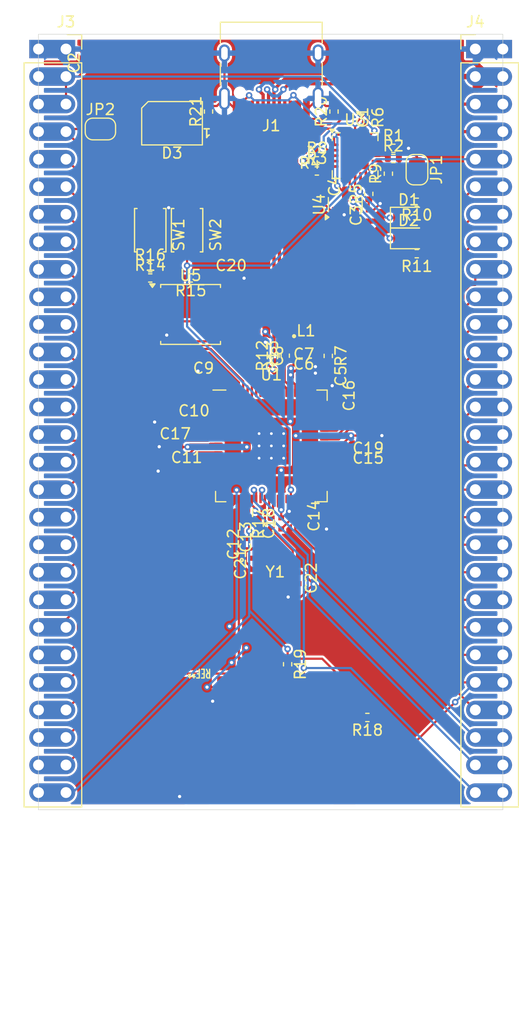
<source format=kicad_pcb>
(kicad_pcb (version 20241229) (generator "pcbnew") (generator_version "9.0")
  (layers (0 "F.Cu" signal) (2 "B.Cu" signal) (13 "F.Paste" user) (15 "B.Paste" user) (5 "F.SilkS" user "F.Silkscreen") (7 "B.SilkS" user "B.Silkscreen") (1 "F.Mask" user) (3 "B.Mask" user) (25 "Edge.Cuts" user))
  (net 0 "")
  (net 1 "GND")
  (net 2 "VBUS")
  (net 3 "+BATT")
  (net 4 "+3V3")
  (net 5 "/CHARGE_OUTPUT")
  (net 6 "/VREG_AVDD")
  (net 7 "+1V1")
  (net 8 "Net-(U1-XIN)")
  (net 9 "Net-(C22-Pad2)")
  (net 10 "Net-(D1-A)")
  (net 11 "Net-(D1-K)")
  (net 12 "Net-(D2-A)")
  (net 13 "Net-(D2-K)")
  (net 15 "Net-(D3-DIN)")
  (net 16 "Net-(J1-CC1)")
  (net 17 "Net-(J1-CC2)")
  (net 18 "/DM -")
  (net 21 "/DP +")
  (net 22 "/18")
  (net 23 "/2")
  (net 24 "/19")
  (net 25 "/10")
  (net 26 "/1")
  (net 27 "/23")
  (net 28 "/8")
  (net 29 "/9")
  (net 30 "/6")
  (net 31 "/5")
  (net 32 "/21")
  (net 33 "/22")
  (net 34 "/4")
  (net 35 "/20")
  (net 36 "/13")
  (net 37 "/16")
  (net 38 "/24")
  (net 39 "/17")
  (net 40 "/0")
  (net 41 "/15")
  (net 42 "/7")
  (net 43 "/11")
  (net 44 "/12")
  (net 45 "/14")
  (net 46 "/3")
  (net 47 "/45")
  (net 48 "/39")
  (net 49 "/32")
  (net 50 "/46")
  (net 51 "/RUN")
  (net 52 "/42")
  (net 53 "/35")
  (net 54 "/38")
  (net 55 "/47")
  (net 56 "/27")
  (net 57 "/26")
  (net 58 "/33")
  (net 59 "/37")
  (net 60 "/30")
  (net 61 "/44")
  (net 62 "/34")
  (net 63 "/28")
  (net 64 "/25")
  (net 65 "/29")
  (net 66 "/36")
  (net 67 "/41")
  (net 68 "/40")
  (net 69 "/31")
  (net 70 "/43")
  (net 71 "Net-(JP1-B)")
  (net 72 "/VREG_LX")
  (net 73 "Net-(U3-PROG1)")
  (net 74 "Net-(U3-THERM)")
  (net 75 "Net-(U3-SEL)")
  (net 76 "Net-(U3-~{TE})")
  (net 77 "Net-(U3-CE)")
  (net 78 "Net-(U3-PROG2)")
  (net 79 "Net-(U3-PROG3)")
  (net 80 "Net-(U1-USB_DP)")
  (net 81 "Net-(U1-USB_DM)")
  (net 82 "Net-(U5-~{CS})")
  (net 83 "/QSPI_SS")
  (net 84 "Net-(R16-Pad2)")
  (net 85 "Net-(U1-XOUT)")
  (net 86 "Net-(U2-DO)")
  (net 87 "Net-(U2-nIRQ)")
  (net 89 "/QSPI_SD3")
  (net 90 "/QSPI_SD2")
  (net 92 "/QSPI_SD1")
  (net 93 "/QSPI_SCLK")
  (net 94 "/QSPI_SD0")
  (footprint "Resistor_SMD:R_0402_1005Metric" (layer "F.Cu") (at 189.07 146.16)
    (property "Reference" "R14")
    (property "Value" "0")
  )
  (footprint "Resistor_SMD:R_0402_1005Metric" (layer "F.Cu") (at 206.03 130.81 90)
    (property "Reference" "R20")
    (property "Value" "5.1k")
  )
  (footprint "Resistor_SMD:R_0402_1005Metric" (layer "F.Cu") (at 204.45 136.2925)
    (property "Reference" "R3")
    (property "Value" "10k")
  )
  (footprint "Resistor_SMD:R_0402_1005Metric" (layer "F.Cu") (at 201.75 181.79 -90)
    (property "Reference" "R19")
    (property "Value" "10k")
  )
  (footprint "Resistor_SMD:R_0402_1005Metric" (layer "F.Cu") (at 205.5 153.35 -90)
    (property "Reference" "R7")
    (property "Value" "33")
  )
  (footprint "RP2350_80QFN_minimal:C_0402_1005Metric_small_pads" (layer "F.Cu") (at 209.23 140.3975 90)
    (property "Reference" "C3")
    (property "Value" "1uF")
  )
  (footprint "LED_SMD:LED_0805_2012Metric" (layer "F.Cu") (at 212.9225 142.5025)
    (property "Reference" "D2")
    (property "Value" "Green")
  )
  (footprint "Resistor_SMD:R_0402_1005Metric" (layer "F.Cu") (at 211.51 135.1425)
    (property "Reference" "R2")
    (property "Value" "3.33k")
  )
  (footprint "RP2350_80QFN_minimal:C_0402_1005Metric_small_pads" (layer "F.Cu") (at 201.16 168.8 90)
    (property "Reference" "C18")
    (property "Value" "100n")
  )
  (footprint "RP2350_80QFN_minimal:L_pol_2016" (layer "F.Cu") (at 203.245 152.83)
    (property "Reference" "L1")
    (property "Value" "3.3u")
  )
  (footprint "Resistor_SMD:R_0402_1005Metric" (layer "F.Cu") (at 201.53 153.33 90)
    (property "Reference" "R13")
    (property "Value" "27")
  )
  (footprint "RP2350_80QFN_minimal:RP2350-QFN-80-1EP_10x10_P0.4mm_EP3.4x3.4mm_ThermalVias" (layer "F.Cu") (at 200.25 161.65)
    (property "Reference" "U1")
    (property "Value" "RP2350_80QFN")
  )
  (footprint "Resistor_SMD:R_0402_1005Metric" (layer "F.Cu") (at 209.24 138.4025 90)
    (property "Reference" "R5")
    (property "Value" "10k")
  )
  (footprint "Resistor_SMD:R_0402_1005Metric" (layer "F.Cu") (at 203.79 134.4025 180)
    (property "Reference" "R4")
    (property "Value" "10k")
  )
  (footprint "Resistor_SMD:R_0402_1005Metric" (layer "F.Cu") (at 213.67 139.18 180)
    (property "Reference" "R10")
    (property "Value" "200")
  )
  (footprint "RP2350_80QFN_minimal:C_0402_1005Metric_small_pads" (layer "F.Cu") (at 202.77 173.84 -90)
    (property "Reference" "C22")
    (property "Value" "15p")
  )
  (footprint "RM2:rpi_rmc20452t" (layer "F.Cu") (at 200.25 191.65 180)
    (property "Reference" "U2" (hide yes))
    (property "Value" "<value>" (hide yes))
  )
  (footprint "RP2350_80QFN_minimal:C_0402_1005Metric_small_pads" (layer "F.Cu") (at 209.84 131.3575 90)
    (property "Reference" "C1")
    (property "Value" "10uF")
  )
  (footprint "Package_SO:SOIC-8_5.3x5.3mm_P1.27mm" (layer "F.Cu") (at 192.7925 149.525)
    (property "Reference" "U5")
    (property "Value" "W25Q128JVS")
  )
  (footprint "TS-1088-AR02016:SW_TS-1088-AR02016" (layer "F.Cu") (at 189.07 141.755 -90)
    (property "Reference" "SW1")
    (property "Value" "BOOT")
  )
  (footprint "LED_SMD:LED_SK6812MINI_PLCC4_3.5x3.5mm_P1.75mm" (layer "F.Cu") (at 191.08 131.89 180)
    (property "Reference" "D3")
    (property "Value" "SK6812MINI")
  )
  (footprint "footprints:ABM8-272-T3_ABR" (layer "F.Cu") (at 200.620001 173.27)
    (property "Reference" "Y1")
    (property "Value" "ABM8-272-T3")
  )
  (footprint "Resistor_SMD:R_0402_1005Metric" (layer "F.Cu") (at 189.07 145.22)
    (property "Reference" "R16")
    (property "Value" "1k")
  )
  (footprint "TS-1088-AR02016:SW_TS-1088-AR02016" (layer "F.Cu") (at 192.47 141.755 -90)
    (property "Reference" "SW2")
    (property "Value" "RUN")
  )
  (footprint "RP2350_80QFN_minimal:C_0402_1005Metric_small_pads" (layer "F.Cu") (at 209.185 161.62 180)
    (property "Reference" "C15")
    (property "Value" "100n")
  )
  (footprint "Resistor_SMD:R_0402_1005Metric" (layer "F.Cu") (at 213.67 143.92 180)
    (property "Reference" "R11")
    (property "Value" "200")
  )
  (footprint "RP2350_80QFN_minimal:C_0402_1005Metric_small_pads" (layer "F.Cu") (at 203.245 154.34)
    (property "Reference" "C7")
    (property "Value" "4.7u")
  )
  (footprint "Package_TO_SOT_SMD:SOT-23" (layer "F.Cu") (at 207.07 139.3925 90)
    (property "Reference" "U4")
    (property "Value" "MCP1700x-330xxTT")
  )
  (footprint "RP2350_80QFN_minimal:C_0402_1005Metric_small_pads" (layer "F.Cu") (at 199.66 153.35 -90)
    (property "Reference" "C8")
    (property "Value" "100n")
  )
  (footprint "Resistor_SMD:R_0402_1005Metric" (layer "F.Cu") (at 200.23 168.8 90)
    (property "Reference" "R17")
    (property "Value" "1k")
  )
  (footprint "RP2350_80QFN_minimal:C_0402_1005Metric_small_pads" (layer "F.Cu") (at 197.9 170.71 90)
    (property "Reference" "C12")
    (property "Value" "100n")
  )
  (footprint "RP2350_80QFN_minimal:C_0402_1005Metric_small_pads" (layer "F.Cu") (at 191.37 161.69)
    (property "Reference" "C17")
    (property "Value" "100n")
  )
  (footprint "Resistor_SMD:R_0402_1005Metric" (layer "F.Cu") (at 194.45 130.81 90)
    (property "Reference" "R21")
    (property "Value" "5.1k")
  )
  (footprint "RP2350_80QFN_minimal:C_0402_1005Metric_small_pads" (layer "F.Cu") (at 196.535 146.17)
    (property "Reference" "C20")
    (property "Value" "100n")
  )
  (footprint "Resistor_SMD:R_0402_1005Metric" (layer "F.Cu") (at 192.81 146.16 180)
    (property "Reference" "R15")
    (property "Value" "10k")
  )
  (footprint "castellated:27left" (layer "F.Cu") (at 219.075 125.045)
    (property "Reference" "J4")
    (property "Value" "Right")
  )
  (footprint "Resistor_SMD:R_0402_1005Metric" (layer "F.Cu") (at 208.91 131.3525 -90)
    (property "Reference" "R6")
    (property "Value" "10k")
  )
  (footprint "Resistor_SMD:R_0402_1005Metric" (layer "F.Cu") (at 209.11 186.7 180)
    (property "Reference" "R18")
    (property "Value" "470")
  )
  (footprint "Jumper:SolderJumper-2_P1.3mm_Open_RoundedPad1.0x1.5mm" (layer "F.Cu") (at 213.69 136.1725 -90)
    (property "Reference" "JP1")
    (property "Value" "Boost")
  )
  (footprint "Package_DFN_QFN:QFN-20-1EP_4x4mm_P0.5mm_EP2.5x2.5mm" (layer "F.Cu") (at 207.98 134.88)
    (property "Reference" "U3")
    (property "Value" "MCP73871")
  )
  (footprint "Connector_USB:USB_C_Receptacle_HRO_TYPE-C-31-M-12" (layer "F.Cu") (at 200.24 126.47 180)
    (property "Reference" "J1")
    (property "Value" "USB_C_Receptacle_USB2.0_16P")
  )
  (footprint "RP2350_80QFN_minimal:C_0402_1005Metric_small_pads" (layer "F.Cu") (at 209.19 160.7 180)
    (property "Reference" "C19")
    (property "Value" "4.7u")
  )
  (footprint "RP2350_80QFN_minimal:C_0402_1005Metric_small_pads" (layer "F.Cu") (at 183.2 126.315 90)
    (property "Reference" "C2")
    (property "Value" "4.7uF")
  )
  (footprint "Resistor_SMD:R_0402_1005Metric" (layer "F.Cu") (at 211.05 136.5425 90)
    (property "Reference" "R9")
    (property "Value" "100k")
  )
  (footprint "RP2350_80QFN_minimal:C_0402_1005Metric_small_pads" (layer "F.Cu") (at 193.11 159.57)
    (property "Reference" "C10")
    (property "Value" "100n")
  )
  (footprint "RP2350_80QFN_minimal:C_0402_1005Metric_small_pads" (layer "F.Cu") (at 204.91 137.6725 -90)
    (property "Reference" "C4")
    (property "Value" "1uF")
  )
  (footprint "RP2350_80QFN_minimal:C_0402_1005Metric_small_pads" (layer "F.Cu") (at 205.34 168.11 90)
    (property "Reference" "C14")
    (property "Value" "100n")
  )
  (footprint "RP2350_80QFN_minimal:C_0402_1005Metric_small_pads" (layer "F.Cu") (at 206.26 157.01 -90)
    (property "Reference" "C16")
    (property "Value" "100n")
  )
  (footprint "RP2350_80QFN_minimal:C_0402_1005Metric_small_pads" (layer "F.Cu") (at 198.56 172.525 90)
    (property "Reference" "C21")
    (property "Value" "15p")
  )
  (footprint "RP2350_80QFN_minimal:C_0402_1005Metric_small_pads" (layer "F.Cu") (at 205.5 155.19 -90)
    (property "Reference" "C5")
    (property "Value" "4.7u")
  )
  (footprint "Resistor_SMD:R_0402_1005Metric" (layer "F.Cu") (at 200.59 153.33 90)
    (property "Reference" "R12")
    (property "Value" "27")
  )
  (footprint "Resistor_SMD:R_0402_1005Metric" (layer "F.Cu") (at 211.51 134.2025)
    (property "Reference" "R1")
    (property "Value" "10k")
  )
  (footprint "Jumper:SolderJumper-2_P1.3mm_Bridged_RoundedPad1.0x1.5mm" (layer "F.Cu") (at 184.47 132.42)
    (property "Reference" "JP2")
    (property "Value" "SolderJumper_2_Bridged")
  )
  (footprint "RP2350_80QFN_minimal:C_0402_1005Metric_small_pads" (layer "F.Cu") (at 199.04 170.055 90)
    (property "Reference" "C13")
    (property "Value" "100n")
  )
  (footprint "RP2350_80QFN_minimal:C_0402_1005Metric_small_pads" (layer "F.Cu") (at 193.99 155.64)
    (property "Reference" "C9")
    (property "Value" "100n")
  )
  (footprint "castellated:27right" (layer "F.Cu") (at 181.295 125.045)
    (property "Reference" "J3")
    (property "Value" "Left")
  )
  (footprint "RP2350_80QFN_minimal:C_0402_1005Metric_small_pads" (layer "F.Cu") (at 192.43 163.88)
    (property "Reference" "C11")
    (property "Value" "100n")
  )
  (footprint "Resistor_SMD:R_0402_1005Metric" (layer "F.Cu") (at 204.45 135.3525)
    (property "Reference" "R8")
    (property "Value" "10k")
  )
  (footprint "RP2350_80QFN_minimal:C_0402_1005Metric_small_pads" (layer "F.Cu") (at 203.245 155.26)
    (property "Reference" "C6")
    (property "Value" "4.7u")
  )
  (footprint "LED_SMD:LED_0805_2012Metric" (layer "F.Cu") (at 212.9225 140.6025)
    (property "Reference" "D1")
    (property "Value" "Red")
  )
  (gr_line (start 178.755 123.68) (end 221.615 123.68) (stroke (width 0.05)) (layer "Edge.Cuts"))
  (gr_line (start 178.75 123.68) (end 178.75 195.21) (stroke (width 0.05)) (layer "Edge.Cuts"))
  (gr_line (start 178.75 195.21) (end 221.615 195.21) (stroke (width 0.05)) (layer "Edge.Cuts"))
  (gr_line (start 221.615 123.68) (end 221.615 195.21) (stroke (width 0.05)) (layer "Edge.Cuts"))
  (segment (start 207 189.7) (end 206.498 189.7) (width 0.2) (layer "F.Cu") (net 1))
  (segment (start 192.47 139.68) (end 190.77 139.68) (width 0.2) (layer "F.Cu") (net 1))
  (segment (start 214.253146 137.5785) (end 214.696 137.135646) (width 0.2) (layer "F.Cu") (net 1))
  (segment (start 199.82 174.37) (end 199.82 174.06) (width 0.2) (layer "F.Cu") (net 1))
  (segment (start 205.8625 156.0975) (end 206.26 156.495) (width 0.2) (layer "F.Cu") (net 1))
  (segment (start 200.25 184.4) (end 201.05 185.2) (width 0.2) (layer "F.Cu") (net 1))
  (segment (start 209.705 161.615) (end 209.7 161.62) (width 0.2) (layer "F.Cu") (net 1))
  (segment (start 205.34 168.625) (end 205.34 169.32) (width 0.2) (layer "F.Cu") (net 1))
  (segment (start 205.26 130.3) (end 204.56 129.6) (width 0.2) (layer "F.Cu") (net 1))
  (segment (start 195.22 130.3) (end 195.92 129.6) (width 0.2) (layer "F.Cu") (net 1))
  (segment (start 206.498 185.2) (end 205.749 185.949) (width 0.2) (layer "F.Cu") (net 1))
  (segment (start 200.888002 175.59) (end 201.8 175.59) (width 0.2) (layer "F.Cu") (net 1))
  (segment (start 210.1525 137.0525) (end 209.52625 136.42625) (width 0.2) (layer "F.Cu") (net 1))
  (segment (start 197.9 171.225) (end 197.9 172.38) (width 0.2) (layer "F.Cu") (net 1))
  (segment (start 211.05 137.0525) (end 210.1525 137.0525) (width 0.2) (layer "F.Cu") (net 1))
  (segment (start 209.705 160.7) (end 209.705 161.615) (width 0.2) (layer "F.Cu") (net 1))
  (segment (start 181.295 125.045) (end 182.445 125.045) (width 0.2) (layer "F.Cu") (net 1))
  (segment (start 203.28 134.4025) (end 205.291 132.3915) (width 0.2) (layer "F.Cu") (net 1))
  (segment (start 205.828128 132.3915) (end 206.62 131.599628) (width 0.2) (layer "F.Cu") (net 1))
  (segment (start 214.696 136.076) (end 214.1425 135.5225) (width 0.2) (layer "F.Cu") (net 1))
  (segment (start 201.420002 172.459998) (end 200.63 173.25) (width 0.2) (layer "F.Cu") (net 1))
  (segment (start 209.24 138.9125) (end 209.811 138.3415) (width 0.2) (layer "F.Cu") (net 1))
  (segment (start 209.84 131.8725) (end 212.02 134.0525) (width 0.2) (layer "F.Cu") (net 1))
  (segment (start 202.629 135.580732) (end 202.629 135.0535) (width 0.2) (layer "F.Cu") (net 1))
  (segment (start 208.98 135.88) (end 207.98 134.88) (width 0.2) (layer "F.Cu") (net 1))
  (segment (start 205.5 155.705) (end 205.5 155.735) (width 0.2) (layer "F.Cu") (net 1))
  (segment (start 209.811 138.3415) (end 209.811 136.711) (width 0.2) (layer "F.Cu") (net 1))
  (segment (start 206.62 131.599628) (end 206.62 130.89) (width 0.2) (layer "F.Cu") (net 1))
  (segment (start 201.9 168.575) (end 201.9 167.69) (width 0.2) (layer "F.Cu") (net 1))
  (segment (start 204.91 138.1875) (end 203.94 137.2175) (width 0.2) (layer "F.Cu") (net 1))
  (segment (start 203.077182 173.325) (end 204.150999 174.398817) (width 0.2) (layer "F.Cu") (net 1))
  (segment (start 189.595 159.57) (end 189.475 159.45) (width 0.2) (layer "F.Cu") (net 1))
  (segment (start 194.45 130.3) (end 195.22 130.3) (width 0.2) (layer "F.Cu") (net 1))
  (segment (start 209.705 160.7) (end 210.45 160.7) (width 0.2) (layer "F.Cu") (net 1))
  (segment (start 207.98 134.88) (end 209.52625 136.42625) (width 0.2) (layer "F.Cu") (net 1))
  (segment (start 205.291 132.3915) (end 205.828128 132.3915) (width 0.2) (layer "F.Cu") (net 1))
  (segment (start 201.16 169.315) (end 201.9 168.575) (width 0.2) (layer "F.Cu") (net 1))
  (segment (start 199.66 152.835) (end 199.66 152.122058) (width 0.2) (layer "F.Cu") (net 1))
  (segment (start 204.91 138.1875) (end 204.91 139.12) (width 0.2) (layer "F.Cu") (net 1))
  (segment (start 189.895 163.88) (end 189.8 163.975) (width 0.2) (layer "F.Cu") (net 1))
  (segment (start 209.7075 139.8825) (end 210.292659 139.297341) (width 0.2) (layer "F.Cu") (net 1))
  (segment (start 197.05 146.17) (end 197.72 146.17) (width 0.2) (layer "F.Cu") (net 1))
  (segment (start 209.23 139.8825) (end 209.23 138.9225) (width 0.2) (layer "F.Cu") (net 1))
  (segment (start 202.77 173.325) (end 203.077182 173.325) (width 0.2) (layer "F.Cu") (net 1))
  (segment (start 203.645 130.515) (end 204.56 129.6) (width 0.2) (layer "F.Cu") (net 1))
  (segment (start 199.45 185.2) (end 194.83 185.2) (width 0.2) (layer "F.Cu") (net 1))
  (segment (start 198.56 173.04) (end 198.56 173.11) (width 0.2) (layer "F.Cu") (net 1))
  (segment (start 207 185.2) (end 206.498 185.2) (width 0.2) (layer "F.Cu") (net 1))
  (segment (start 203.94 137.2175) (end 203.94 136.2925) (width 0.2) (layer "F.Cu") (net 1))
  (segment (start 197.72 146.17) (end 197.73 146.18) (width 0.2) (layer "F.Cu") (net 1))
  (segment (start 201.8 175.59) (end 202.959816 175.59) (width 0.2) (layer "F.Cu") (net 1))
  (segment (start 208.98 136.8175) (end 208.98 135.88) (width 0.2) (layer "F.Cu") (net 1))
  (segment (start 196.99 130.515) (end 196.835 130.515) (width 0.2) (layer "F.Cu") (net 1))
  (segment (start 193.475 155.64) (end 193.475 154.755) (width 0.2) (layer "F.Cu") (net 1))
  (segment (start 192.83 131.015) (end 193.735 131.015) (width 0.2) (layer "F.Cu") (net 1))
  (segment (start 195.92 125.42) (end 195.92 129.6) (width 0.2) (layer "F.Cu") (net 1))
  (segment (start 199.82 174.521998) (end 200.888002 175.59) (width 0.2) (layer "F.Cu") (net 1))
  (segment (start 202.959816 175.59) (end 204.150999 174.398817) (width 0.2) (layer "F.Cu") (net 1))
  (segment (start 213.69 135.5225) (end 213.69 134.9825) (width 0.2) (layer "F.Cu") (net 1))
  (segment (start 209.9175 135.88) (end 208.98 135.88) (width 0.2) (layer "F.Cu") (net 1))
  (segment (start 197.9 172.38) (end 198.56 173.04) (width 0.2) (layer "F.Cu") (net 1))
  (segment (start 199.66 152.122058) (end 199.694 152.088058) (width 0.2) (layer "F.Cu") (net 1))
  (segment (start 209.23 139.8825) (end 209.7075 139.8825) (width 0.2) (layer "F.Cu") (net 1))
  (segment (start 203.94 136.2925) (end 203.340768 136.2925) (width 0.2) (layer "F.Cu") (net 1))
  (segment (start 206.12 140.33) (end 206.97 140.33) (width 0.2) (layer "F.Cu") (net 1))
  (segment (start 200.25 183.9) (end 200.25 184.4) (width 0.2) (layer "F.Cu") (net 1))
  (segment (start 193.735 131.015) (end 194.45 130.3) (width 0.2) (layer "F.Cu") (net 1))
  (segment (start 206.498 189.7) (end 205.749 190.449) (width 0.2) (layer "F.Cu") (net 1))
  (segment (start 204.56 129.85) (end 204.56 129.6) (width 0.2) (layer "F.Cu") (net 1))
  (segment (start 194.83 185.2) (end 193.5 185.2) (width 0.2) (layer "F.Cu") (net 1))
  (segment (start 202.629 135.0535) (end 203.28 134.4025) (width 0.2) (layer "F.Cu") (net 1))
  (segment (start 212.02 134.2025) (end 212.91 134.2025) (width 0.2) (layer "F.Cu") (net 1))
  (segment (start 200.25 184.4) (end 199.45 185.2) (width 0.2) (layer "F.Cu") (net 1))
  (segment (start 196.835 130.515) (end 195.92 129.6) (width 0.2) (layer "F.Cu") (net 1))
  (segment (start 198.56 173.11) (end 199.82 174.37) (width 0.2) (layer "F.Cu") (net 1))
  (segment (start 192.595 159.57) (end 189.595 159.57) (width 0.2) (layer "F.Cu") (net 1))
  (segment (start 205.964 194.2) (end 207 194.2) (width 0.2) (layer "F.Cu") (net 1))
  (segment (start 193.5 194.2) (end 191.99 194.2) (width 0.2) (layer "F.Cu") (net 1))
  (segment (start 209.23 138.9225) (end 209.24 138.9125) (width 0.2) (layer "F.Cu") (net 1))
  (segment (start 201.05 185.2) (end 207 185.2) (width 0.2) (layer "F.Cu") (net 1))
  (segment (start 211.05 137.0525) (end 211.576 137.5785) (width 0.2) (layer "F.Cu") (net 1))
  (segment (start 211.576 137.5785) (end 214.253146 137.5785) (width 0.2) (layer "F.Cu") (net 1))
  (segment (start 204.91 139.12) (end 206.12 140.33) (width 0.2) (layer "F.Cu") (net 1))
  (segment (start 198.385 171.225) (end 199.04 170.57) (width 0.2) (layer "F.Cu") (net 1))
  (segment (start 199.82 174.06) (end 200.63 173.25) (width 0.2) (layer "F.Cu") (net 1))
  (segment (start 205.749 190.449) (end 205.749 193.985) (width 0.2) (layer "F.Cu") (net 1))
  (segment (start 205.749 185.949) (end 205.749 188.951) (width 0.2) (layer "F.Cu") (net 1))
  (segment (start 189.935 161.69) (end 189.9 161.725) (width 0.2) (layer "F.Cu") (net 1))
  (segment (start 206.62 130.89) (end 206.03 130.3) (width 0.2) (layer "F.Cu") (net 1))
  (segment (start 205.5 155.735) (end 205.8625 156.0975) (width 0.2) (layer "F.Cu") (net 1))
  (segment (start 199.82 174.37) (end 199.82 174.521998) (width 0.2) (layer "F.Cu") (net 1))
  (segment (start 182.445 125.045) (end 183.2 125.8) (width 0.2) (layer "F.Cu") (net 1))
  (segment (start 189.205 151.43) (end 190.59 151.43) (width 0.2) (layer "F.Cu") (net 1))
  (segment (start 209.811 136.711) (end 209.52625 136.42625) (width 0.2) (layer "F.Cu") (net 1))
  (segment (start 213.69 134.9825) (end 212.91 134.2025) (width 0.2) (layer "F.Cu") (net 1))
  (segment (start 206.03 130.3) (end 205.26 130.3) (width 0.2) (layer "F.Cu") (net 1))
  (segment (start 190.855 161.69) (end 189.935 161.69) (width 0.2) (layer "F.Cu") (net 1))
  (segment (start 203.49 130.515) (end 203.645 130.515) (width 0.2) (layer "F.Cu") (net 1))
  (segment (start 205.749 188.951) (end 206.498 189.7) (width 0.2) (layer "F.Cu") (net 1))
  (segment (start 214.1425 135.5225) (end 213.69 135.5225) (width 0.2) (layer "F.Cu") (net 1))
  (segment (start 190.77 139.68) (end 189.07 139.68) (width 0.2) (layer "F.Cu") (net 1))
  (segment (start 203.340768 136.2925) (end 202.629 135.580732) (width 0.2) (layer "F.Cu") (net 1))
  (segment (start 205.749 193.985) (end 205.964 194.2) (width 0.2) (layer "F.Cu") (net 1))
  (segment (start 191.915 163.88) (end 189.895 163.88) (width 0.2) (layer "F.Cu") (net 1))
  (segment (start 212.02 134.0525) (end 212.02 134.2025) (width 0.2) (layer "F.Cu") (net 1))
  (segment (start 197.9 171.225) (end 198.385 171.225) (width 0.2) (layer "F.Cu") (net 1))
  (segment (start 191.99 194.2) (end 191.78 193.99) (width 0.2) (layer "F.Cu") (net 1))
  (segment (start 214.696 137.135646) (end 214.696 136.076) (width 0.2) (layer "F.Cu") (net 1))
  (segment (start 201.420002 172.17) (end 201.420002 172.459998) (width 0.2) (layer "F.Cu") (net 1))
  (via (at 205.8625 156.0975) (size 0.6) (drill 0.3) (layers "F.Cu" "B.Cu") (net 1))
  (via (at 194.83 185.2) (size 0.6) (drill 0.3) (layers "F.Cu" "B.Cu") (net 1))
  (via (at 191.78 193.99) (size 0.6) (drill 0.3) (layers "F.Cu" "B.Cu") (net 1))
  (via (at 201.8 175.59) (size 0.6) (drill 0.3) (layers "F.Cu" "B.Cu") (net 1))
  (via (at 206.97 140.33) (size 0.6) (drill 0.3) (layers "F.Cu" "B.Cu") (net 1))
  (via (at 190.77 139.68) (size 0.6) (drill 0.3) (layers "F.Cu" "B.Cu") (net 1))
  (via (at 199.694 152.088058) (size 0.6) (drill 0.3) (layers "F.Cu" "B.Cu") (net 1))
  (via (at 189.475 159.45) (size 0.6) (drill 0.3) (layers "F.Cu" "B.Cu") (net 1))
  (via (at 193.475 154.755) (size 0.6) (drill 0.3) (layers "F.Cu" "B.Cu") (net 1))
  (via (at 204.315 154.94) (size 0.6) (drill 0.3) (layers "F.Cu" "B.Cu") (net 1))
  (via (at 189.8 163.975) (size 0.6) (drill 0.3) (layers "F.Cu" "B.Cu") (net 1))
  (via (at 201.9 167.69) (size 0.6) (drill 0.3) (layers "F.Cu" "B.Cu") (net 1))
  (via (at 197.73 146.18) (size 0.6) (drill 0.3) (layers "F.Cu" "B.Cu") (net 1))
  (via (at 212.91 134.2025) (size 0.6) (drill 0.3) (layers "F.Cu" "B.Cu") (net 1))
  (via (at 205.34 169.32) (size 0.6) (drill 0.3) (layers "F.Cu" "B.Cu") (net 1))
  (via (at 189.9 161.725) (size 0.6) (drill 0.3) (layers "F.Cu" "B.Cu") (net 1))
  (via (at 209.52625 136.42625) (size 0.6) (drill 0.3) (layers "F.Cu" "B.Cu") (net 1))
  (via (at 190.59 151.43) (size 0.6) (drill 0.3) (layers "F.Cu" "B.Cu") (net 1))
  (via (at 204.150999 174.398817) (size 0.6) (drill 0.3) (layers "F.Cu" "B.Cu") (net 1))
  (via (at 204.315 154.34) (size 0.6) (drill 0.3) (layers "F.Cu" "B.Cu") (net 1))
  (via (at 210.292659 139.297341) (size 0.6) (drill 0.3) (layers "F.Cu" "B.Cu") (net 1))
  (via (at 210.45 160.7) (size 0.6) (drill 0.3) (layers "F.Cu" "B.Cu") (net 1))
  (segment (start 207.98 131.9225) (end 207.98 132.9425) (width 0.2) (layer "F.Cu") (net 2))
  (segment (start 207.98 131.9225) (end 209.06 130.8425) (width 0.2) (layer "F.Cu") (net 2))
  (segment (start 207.48 132.9425) (end 207.98 132.4425) (width 0.2) (layer "F.Cu") (net 2))
  (segment (start 202.69 130.515) (end 202.69 129.705414) (width 0.2) (layer "F.Cu") (net 2))
  (segment (start 197.79 130.53) (end 197.79 129.720414) (width 0.2) (layer "F.Cu") (net 2))
  (segment (start 202.69 129.705414) (end 202.286214 129.301628) (width 0.2) (layer "F.Cu") (net 2))
  (segment (start 206.0425 134.38) (end 205.4475 134.38) (width 0.2) (layer "F.Cu") (net 2))
  (segment (start 203.18 135.3525) (end 203.94 135.3525) (width 0.2) (layer "F.Cu") (net 2))
  (segment (start 197.79 129.720414) (end 198.193786 129.316628) (width 0.2) (layer "F.Cu") (net 2))
  (segment (start 205.4475 134.38) (end 205.08 134.0125) (width 0.2) (layer "F.Cu") (net 2))
  (segment (start 209.06 130.8425) (end 209.84 130.8425) (width 0.2) (layer "F.Cu") (net 2))
  (via (at 205.08 134.0125) (size 0.6) (drill 0.3) (layers "F.Cu" "B.Cu") (net 2))
  (via (at 198.193786 129.316628) (size 0.6) (drill 0.3) (layers "F.Cu" "B.Cu") (net 2))
  (via (at 203.18 135.3525) (size 0.6) (drill 0.3) (layers "F.Cu" "B.Cu") (net 2))
  (via (at 207.98 131.9225) (size 0.6) (drill 0.3) (layers "F.Cu" "B.Cu") (net 2))
  (via (at 202.286214 129.301628) (size 0.6) (drill 0.3) (layers "F.Cu" "B.Cu") (net 2))
  (segment (start 205.08 134.0125) (end 204.52 134.0125) (width 0.2) (layer "B.Cu") (net 2))
  (segment (start 204.52 134.0125) (end 203.18 135.3525) (width 0.2) (layer "B.Cu") (net 2))
  (segment (start 204.907086 131.9225) (end 206.283268 131.9225) (width 0.2) (layer "B.Cu") (net 2))
  (segment (start 201.815842 129.772) (end 198.649158 129.772) (width 0.2) (layer "B.Cu") (net 2))
  (segment (start 202.286214 129.301628) (end 204.907086 131.9225) (width 0.2) (layer "B.Cu") (net 2))
  (segment (start 206.283268 131.9225) (end 207.98 131.9225) (width 0.2) (layer "B.Cu") (net 2))
  (segment (start 202.286214 129.301628) (end 201.815842 129.772) (width 0.2) (layer "B.Cu") (net 2))
  (segment (start 205.08 134.0125) (end 205.08 133.125768) (width 0.2) (layer "B.Cu") (net 2))
  (segment (start 205.08 133.125768) (end 206.283268 131.9225) (width 0.2) (layer "B.Cu") (net 2))
  (segment (start 198.649158 129.772) (end 198.193786 129.316628) (width 0.2) (layer "B.Cu") (net 2))
  (segment (start 209.385002 132.9425) (end 209.758592 132.56891) (width 0.2) (layer "F.Cu") (net 3))
  (segment (start 209.9175 134.38) (end 209.9175 133.88) (width 0.2) (layer "F.Cu") (net 3))
  (segment (start 181.295 127.585) (end 181.295 130.125) (width 0.2) (layer "F.Cu") (net 3))
  (segment (start 209.9175 133.88) (end 208.98 132.9425) (width 0.2) (layer "F.Cu") (net 3))
  (segment (start 182.445 127.585) (end 183.2 126.83) (width 0.2) (layer "F.Cu") (net 3))
  (segment (start 181.295 127.585) (end 182.445 127.585) (width 0.2) (layer "F.Cu") (net 3))
  (segment (start 208.98 132.9425) (end 209.385002 132.9425) (width 0.2) (layer "F.Cu") (net 3))
  (via (at 209.758592 132.56891) (size 0.6) (drill 0.3) (layers "F.Cu" "B.Cu") (net 3))
  (segment (start 204.774682 127.585) (end 181.295 127.585) (width 0.2) (layer "B.Cu") (net 3))
  (segment (start 209.758592 132.56891) (end 204.774682 127.585) (width 0.2) (layer "B.Cu") (net 3))
  (segment (start 197.9 170.195) (end 198.385 170.195) (width 0.2) (layer "F.Cu") (net 4))
  (segment (start 208.67 161.62) (end 208.44 161.85) (width 0.2) (layer "F.Cu") (net 4))
  (segment (start 200.778 156.257226) (end 200.85 156.329226) (width 0.2) (layer "F.Cu") (net 4))
  (segment (start 201.25 156.49) (end 201.25 156.7535) (width 0.2) (layer "F.Cu") (net 4))
  (segment (start 192.945 163.88) (end 193.303612 163.88) (width 0.2) (layer "F.Cu") (net 4))
  (segment (start 199.66 153.865) (end 200.3775 154.5825) (width 0.2) (layer "F.Cu") (net 4))
  (segment (start 198.05 156.7535) (end 198.05 157.177774) (width 0.2) (layer "F.Cu") (net 4))
  (segment (start 192.5 186.7) (end 193.5 186.7) (width 0.2) (layer "F.Cu") (net 4))
  (segment (start 202.73 155.26) (end 202.73 155.22) (width 0.2) (layer "F.Cu") (net 4))
  (segment (start 198.385 170.195) (end 199.04 169.54) (width 0.2) (layer "F.Cu") (net 4))
  (segment (start 192.249 184.571) (end 192.249 186.449) (width 0.2) (layer "F.Cu") (net 4))
  (segment (start 205.1465 158.25) (end 205.535 158.25) (width 0.2) (layer "F.Cu") (net 4))
  (segment (start 197.9 170.195) (end 197.65 169.945) (width 0.2) (layer "F.Cu") (net 4))
  (segment (start 192.92 183.9) (end 192.249 184.571) (width 0.2) (layer "F.Cu") (net 4))
  (segment (start 206.776 154.116) (end 205.5 152.84) (width 0.2) (layer "F.Cu") (net 4))
  (segment (start 197.65 166.5465) (end 197.65 166.122226) (width 0.2) (layer "F.Cu") (net 4))
  (segment (start 208.6025 140.9125) (end 208.02 140.33) (width 0.2) (layer "F.Cu") (net 4))
  (segment (start 197.237774 165.71) (end 197.04 165.71) (width 0.2) (layer "F.Cu") (net 4))
  (segment (start 205.535 158.25) (end 206.26 157.525) (width 0.2) (layer "F.Cu") (net 4))
  (segment (start 196.2595 157.3945) (end 194.505 155.64) (width 0.2) (layer "F.Cu") (net 4))
  (segment (start 197.833274 157.3945) (end 196.2595 157.3945) (width 0.2) (layer "F.Cu") (net 4))
  (segment (start 200.778 154.983) (end 200.778 156.257226) (width 0.2) (layer "F.Cu") (net 4))
  (segment (start 205.1465 157.85) (end 205.935 157.85) (width 0.2) (layer "F.Cu") (net 4))
  (segment (start 193.745 159.45) (end 193.625 159.57) (width 0.2) (layer "F.Cu") (net 4))
  (segment (start 206.26 157.525) (end 206.776 157.009) (width 0.2) (layer "F.Cu") (net 4))
  (segment (start 193.733612 163.45) (end 195.3535 163.45) (width 0.2) (layer "F.Cu") (net 4))
  (segment (start 194.31 183.9) (end 192.92 183.9) (width 0.2) (layer "F.Cu") (net 4))
  (segment (start 193.303612 163.88) (end 193.733612 163.45) (width 0.2) (layer "F.Cu") (net 4))
  (segment (start 195.75 183.9) (end 194.31 183.9) (width 0.2) (layer "F.Cu") (net 4))
  (segment (start 197.65 169.945) (end 197.65 166.5465) (width 0.2) (layer "F.Cu") (net 4))
  (segment (start 202.73 155.22) (end 202.77 155.18) (width 0.2) (layer "F.Cu") (net 4))
  (segment (start 199.65 167.503984) (end 199.04 168.113984) (width 0.2) (layer "F.Cu") (net 4))
  (segment (start 206.776 157.009) (end 206.776 154.116) (width 0.2) (layer "F.Cu") (net 4))
  (segment (start 195.3535 159.45) (end 193.745 159.45) (width 0.2) (layer "F.Cu") (net 4))
  (segment (start 199.65 166.5465) (end 199.65 167.503984) (width 0.2) (layer "F.Cu") (net 4))
  (segment (start 202.85 155.38) (end 202.85 156.7535) (width 0.2) (layer "F.Cu") (net 4))
  (segment (start 196.02 147.26) (end 196.38 147.62) (width 0.2) (layer "F.Cu") (net 4))
  (segment (start 202.73 155.26) (end 202.85 155.38) (width 0.2) (layer "F.Cu") (net 4))
  (segment (start 209.23 140.9125) (end 208.6025 140.9125) (width 0.2) (layer "F.Cu") (net 4))
  (segment (start 205.935 157.85) (end 206.26 157.525) (width 0.2) (layer "F.Cu") (net 4))
  (segment (start 192.249 186.449) (end 192.5 186.7) (width 0.2) (layer "F.Cu") (net 4))
  (segment (start 198.05 157.177774) (end 197.833274 157.3945) (width 0.2) (layer "F.Cu") (net 4))
  (segment (start 208.44 161.85) (end 205.1465 161.85) (width 0.2) (layer "F.Cu") (net 4))
  (segment (start 196.02 146.17) (end 196.02 147.26) (width 0.2) (layer "F.Cu") (net 4))
  (segment (start 197.65 166.122226) (end 197.237774 165.71) (width 0.2) (layer "F.Cu") (net 4))
  (segment (start 200.85 156.329226) (end 200.85 156.7535) (width 0.2) (layer "F.Cu") (net 4))
  (segment (start 200.3775 154.5825) (end 200.778 154.983) (width 0.2) (layer "F.Cu") (net 4))
  (segment (start 199.04 168.113984) (end 199.04 169.54) (width 0.2) (layer "F.Cu") (net 4))
  (via (at 194.31 183.9) (size 0.6) (drill 0.3) (layers "F.Cu" "B.Cu") (net 4))
  (via (at 196.58 181.63) (size 0.6) (drill 0.3) (layers "F.Cu" "B.Cu") (net 4))
  (via (at 197.94 180.27) (size 0.6) (drill 0.3) (layers "F.Cu" "B.Cu") (net 4))
  (via (at 200.3775 154.5825) (size 0.6) (drill 0.3) (layers "F.Cu" "B.Cu") (net 4))
  (via (at 197.04 165.71) (size 0.6) (drill 0.3) (layers "F.Cu" "B.Cu") (net 4))
  (via (at 196.39 178.29) (size 0.6) (drill 0.3) (layers "F.Cu" "B.Cu") (net 4))
  (via (at 199.694 151.11) (size 0.6) (drill 0.3) (layers "F.Cu" "B.Cu") (net 4))
  (segment (start 200.3775 151.7875) (end 199.69 151.1) (width 0.2) (layer "B.Cu") (net 4))
  (segment (start 197.04 177.64) (end 196.39 178.29) (width 0.2) (layer "B.Cu") (net 4))
  (segment (start 197.04 165.71) (end 197.04 177.64) (width 0.2) (layer "B.Cu") (net 4))
  (segment (start 199.69 151.1) (end 199.69 151.106) (width 0.2) (layer "B.Cu") (net 4))
  (segment (start 200.3775 154.5825) (end 200.3775 151.7875) (width 0.2) (layer "B.Cu") (net 4))
  (segment (start 199.69 151.106) (end 199.694 151.11) (width 0.2) (layer "B.Cu") (net 4))
  (segment (start 194.31 183.9) (end 196.58 181.63) (width 0.2) (layer "B.Cu") (net 4))
  (segment (start 196.58 181.63) (end 197.94 180.27) (width 0.2) (layer "B.Cu") (net 4))
  (segment (start 206.0425 132.9425) (end 206.98 132.9425) (width 0.2) (layer "F.Cu") (net 5))
  (segment (start 206.0425 133.88) (end 206.0425 132.9425) (width 0.2) (layer "F.Cu") (net 5))
  (segment (start 204.91 137.1575) (end 205.845 137.1575) (width 0.2) (layer "F.Cu") (net 5))
  (segment (start 205.845 137.1575) (end 206.34 137.6525) (width 0.2) (layer "F.Cu") (net 5))
  (segment (start 206.34 137.6525) (end 207.07 138.3825) (width 0.2) (layer "F.Cu") (net 5))
  (segment (start 207.07 138.3825) (end 207.07 138.455) (width 0.2) (layer "F.Cu") (net 5))
  (via (at 206.0425 132.9425) (size 0.6) (drill 0.3) (layers "F.Cu" "B.Cu") (net 5))
  (via (at 206.34 137.6525) (size 0.6) (drill 0.3) (layers "F.Cu" "B.Cu") (net 5))
  (segment (start 206.34 133.24) (end 206.34 137.6525) (width 0.2) (layer "B.Cu") (net 5))
  (segment (start 206.0425 132.9425) (end 206.34 133.24) (width 0.2) (layer "B.Cu") (net 5))
  (segment (start 206.34 137.6525) (end 206.34 137.8625) (width 0.2) (layer "B.Cu") (net 5))
  (segment (start 205.5 154.675) (end 205.5 153.86) (width 0.2) (layer "F.Cu") (net 6))
  (segment (start 204.984 155.8195) (end 204.984 155.191) (width 0.2) (layer "F.Cu") (net 6))
  (segment (start 204.984 155.191) (end 205.5 154.675) (width 0.2) (layer "F.Cu") (net 6))
  (segment (start 204.05 156.7535) (end 204.984 155.8195) (width 0.2) (layer "F.Cu") (net 6))
  (segment (start 201.16 168.285) (end 201.16 167.54) (width 0.2) (layer "F.Cu") (net 7))
  (segment (start 191.945 161.75) (end 191.885 161.69) (width 0.2) (layer "F.Cu") (net 7))
  (segment (start 201.16 167.54) (end 200.85 167.23) (width 0.2) (layer "F.Cu") (net 7))
  (segment (start 206.85 161.45) (end 207.6 160.7) (width 0.2) (layer "F.Cu") (net 7))
  (segment (start 208.675 160.7) (end 207.6 160.7) (width 0.2) (layer "F.Cu") (net 7))
  (segment (start 205.1465 161.45) (end 206.85 161.45) (width 0.2) (layer "F.Cu") (net 7))
  (segment (start 195.3535 161.45) (end 194.608554 161.45) (width 0.2) (layer "F.Cu") (net 7))
  (segment (start 202.45 156.7535) (end 202.45 155.982) (width 0.2) (layer "F.Cu") (net 7))
  (segment (start 194.608554 161.45) (end 194.533553 161.525) (width 0.2) (layer "F.Cu") (net 7))
  (segment (start 194.533553 161.525) (end 192.745 161.525) (width 0.2) (layer "F.Cu") (net 7))
  (segment (start 200.85 167.23) (end 200.85 166.5465) (width 0.2) (layer "F.Cu") (net 7))
  (segment (start 192.745 161.525) (end 192.52 161.75) (width 0.2) (layer "F.Cu") (net 7))
  (segment (start 202.45 155.982) (end 202.025 155.557) (width 0.2) (layer "F.Cu") (net 7))
  (segment (start 192.52 161.75) (end 191.945 161.75) (width 0.2) (layer "F.Cu") (net 7))
  (via (at 201.16 167.54) (size 0.6) (drill 0.3) (layers "F.Cu" "B.Cu") (net 7))
  (via (at 202.5 160.71) (size 0.6) (drill 0.3) (layers "F.Cu" "B.Cu") (net 7))
  (via (at 202.025 155.1) (size 0.6) (drill 0.3) (layers "F.Cu" "B.Cu") (net 7))
  (via (at 192.52 161.75) (size 0.6) (drill 0.3) (layers "F.Cu" "B.Cu") (net 7))
  (via (at 202 159.39) (size 0.6) (drill 0.3) (layers "F.Cu" "B.Cu") (net 7))
  (via (at 197.98 161.75) (size 0.6) (drill 0.3) (layers "F.Cu" "B.Cu") (net 7))
  (via (at 201.16 163.89) (size 0.6) (drill 0.3) (layers "F.Cu" "B.Cu") (net 7))
  (via (at 207.6 160.7) (size 0.6) (drill 0.3) (layers "F.Cu" "B.Cu") (net 7))
  (via (at 202.05 154.5) (size 0.6) (drill 0.3) (layers "F.Cu" "B.Cu") (net 7))
  (segment (start 201.16 163.89) (end 201.16 167.54) (width 0.6) (layer "B.Cu") (net 7))
  (segment (start 202 154.73) (end 202 159.39) (width 0.6) (layer "B.Cu") (net 7))
  (segment (start 207.59 160.93) (end 207.6 160.92) (width 0.6) (layer "B.Cu") (net 7))
  (segment (start 202.5 160.71) (end 207.59 160.71) (width 0.6) (layer "B.Cu") (net 7))
  (segment (start 192.52 161.75) (end 197.98 161.75) (width 0.6) (layer "B.Cu") (net 7))
  (segment (start 198.56 172.01) (end 199.66 172.01) (width 0.2) (layer "F.Cu") (net 8))
  (segment (start 199.659 172.009) (end 199.82 172.17) (width 0.2) (layer "F.Cu") (net 8))
  (segment (start 199.66 172.01) (end 199.82 172.17) (width 0.2) (layer "F.Cu") (net 8))
  (segment (start 199.659 167.991372) (end 199.659 172.009) (width 0.2) (layer "F.Cu") (net 8))
  (segment (start 200.05 166.5465) (end 200.05 167.600372) (width 0.2) (layer "F.Cu") (net 8))
  (segment (start 200.05 167.600372) (end 199.659 167.991372) (width 0.2) (layer "F.Cu") (net 8))
  (segment (start 202.77 174.355) (end 201.435002 174.355) (width 0.2) (layer "F.Cu") (net 9))
  (segment (start 201.420002 174.37) (end 202.221002 173.569) (width 0.2) (layer "F.Cu") (net 9))
  (segment (start 200.23 169.31) (end 202.221002 171.301002) (width 0.2) (layer "F.Cu") (net 9))
  (segment (start 202.221002 173.569) (end 202.221002 171.301002) (width 0.2) (layer "F.Cu") (net 9))
  (segment (start 201.435002 174.355) (end 201.420002 174.37) (width 0.2) (layer "F.Cu") (net 9))
  (segment (start 214.18 140.2825) (end 213.86 140.6025) (width 0.2) (layer "F.Cu") (net 10))
  (segment (start 214.18 139.18) (end 214.18 140.2825) (width 0.2) (layer "F.Cu") (net 10))
  (segment (start 208.42 137.999855) (end 208.42 138.2025) (width 0.2) (layer "F.Cu") (net 11))
  (segment (start 207.98 137.559855) (end 208.42 137.999855) (width 0.2) (layer "F.Cu") (net 11))
  (segment (start 211.18 140.6025) (end 211.985 140.6025) (width 0.2) (layer "F.Cu") (net 11))
  (segment (start 207.98 136.8175) (end 207.98 137.559855) (width 0.2) (layer "F.Cu") (net 11))
  (via (at 211.18 140.6025) (size 0.6) (drill 0.3) (layers "F.Cu" "B.Cu") (net 11))
  (via (at 208.42 138.2025) (size 0.6) (drill 0.3) (layers "F.Cu" "B.Cu") (net 11))
  (segment (start 208.42 138.2025) (end 210.82 140.6025) (width 0.2) (layer "B.Cu") (net 11))
  (segment (start 210.82 140.6025) (end 211.18 140.6025) (width 0.2) (layer "B.Cu") (net 11))
  (segment (start 214.18 142.8225) (end 213.86 142.5025) (width 0.2) (layer "F.Cu") (net 12))
  (segment (start 214.18 143.92) (end 214.18 142.8225) (width 0.2) (layer "F.Cu") (net 12))
  (segment (start 207.811438 137.887682) (end 207.811438 139.144636) (width 0.2) (layer "F.Cu") (net 13))
  (segment (start 211.18 142.5025) (end 211.985 142.5025) (width 0.2) (layer "F.Cu") (net 13))
  (segment (start 207.48 136.8175) (end 207.48 137.556244) (width 0.2) (layer "F.Cu") (net 13))
  (segment (start 207.48 137.556244) (end 207.811438 137.887682) (width 0.2) (layer "F.Cu") (net 13))
  (via (at 211.18 142.5025) (size 0.6) (drill 0.3) (layers "F.Cu" "B.Cu") (net 13))
  (via (at 207.811438 139.144636) (size 0.6) (drill 0.3) (layers "F.Cu" "B.Cu") (net 13))
  (segment (start 211.169302 142.5025) (end 211.18 142.5025) (width 0.2) (layer "B.Cu") (net 13))
  (segment (start 207.811438 139.144636) (end 211.169302 142.5025) (width 0.2) (layer "B.Cu") (net 13))
  (segment (start 186.525 131.015) (end 189.33 131.015) (width 0.2) (layer "F.Cu") (net 15))
  (segment (start 185.12 132.42) (end 186.525 131.015) (width 0.2) (layer "F.Cu") (net 15))
  (segment (start 205.859 131.491) (end 201.541 131.491) (width 0.2) (layer "F.Cu") (net 16))
  (segment (start 201.49 131.44) (end 201.49 130.515) (width 0.2) (layer "F.Cu") (net 16))
  (segment (start 206.03 131.32) (end 205.859 131.491) (width 0.2) (layer "F.Cu") (net 16))
  (segment (start 201.541 131.491) (end 201.49 131.44) (width 0.2) (layer "F.Cu") (net 16))
  (segment (start 198.49 131.41) (end 198.49 130.515) (width 0.2) (layer "F.Cu") (net 17))
  (segment (start 198.409 131.491) (end 198.49 131.41) (width 0.2) (layer "F.Cu") (net 17))
  (segment (start 194.621 131.491) (end 198.409 131.491) (width 0.2) (layer "F.Cu") (net 17))
  (segment (start 194.45 131.32) (end 194.621 131.491) (width 0.2) (layer "F.Cu") (net 17))
  (segment (start 201.360003 128.77) (end 201.881003 128.249) (width 0.3) (layer "F.Cu") (net 18))
  (segment (start 201.881003 128.249) (end 208.459 128.249) (width 0.3) (layer "F.Cu") (net 18))
  (segment (start 200.99 129.239943) (end 201.360003 128.86994) (width 0.3) (layer "F.Cu") (net 18))
  (segment (start 212.875 132.665) (end 219.075 132.665) (width 0.3) (layer "F.Cu") (net 18))
  (segment (start 208.459 128.249) (end 212.875 132.665) (width 0.3) (layer "F.Cu") (net 18))
  (segment (start 200.99 130.515) (end 200.99 129.239943) (width 0.3) (layer "F.Cu") (net 18))
  (segment (start 201.53 152.82) (end 200.99 152.28) (width 0.3) (layer "F.Cu") (net 18))
  (segment (start 201.360003 128.86994) (end 201.360003 128.77) (width 0.3) (layer "F.Cu") (net 18))
  (segment (start 200.99 152.28) (end 200.99 130.515) (width 0.3) (layer "F.Cu") (net 18))
  (segment (start 199.99 128.900003) (end 199.859997 128.77) (width 0.3) (layer "F.Cu") (net 18))
  (segment (start 199.99 130.515) (end 199.99 128.900003) (width 0.3) (layer "F.Cu") (net 18))
  (via (at 201.360003 128.77) (size 0.6) (drill 0.3) (layers "F.Cu" "B.Cu") (net 18))
  (via (at 199.859997 128.77) (size 0.6) (drill 0.3) (layers "F.Cu" "B.Cu") (net 18))
  (segment (start 200.361057 129.371) (end 199.859997 128.86994) (width 0.3) (layer "B.Cu") (net 18))
  (segment (start 200.858943 129.371) (end 200.361057 129.371) (width 0.3) (layer "B.Cu") (net 18))
  (segment (start 199.859997 128.86994) (end 199.859997 128.77) (width 0.3) (layer "B.Cu") (net 18))
  (segment (start 201.360003 128.86994) (end 200.858943 129.371) (width 0.3) (layer "B.Cu") (net 18))
  (segment (start 201.360003 128.77) (end 201.360003 128.86994) (width 0.3) (layer "B.Cu") (net 18))
  (segment (start 201.11106 128.169) (end 201.48206 127.798) (width 0.3) (layer "F.Cu") (net 21))
  (segment (start 210.97281 130.125) (end 219.075 130.125) (width 0.3) (layer "F.Cu") (net 21))
  (segment (start 208.91 128.06219) (end 210.97281 130.125) (width 0.3) (layer "F.Cu") (net 21))
  (segment (start 202.067813 127.798) (end 208.27219 127.798) (width 0.3) (layer "F.Cu") (net 21))
  (segment (start 201.48206 127.798) (end 201.694193 127.798) (width 0.3) (layer "F.Cu") (net 21))
  (segment (start 200.49 128.89) (end 200.61 128.77) (width 0.3) (layer "F.Cu") (net 21))
  (segment (start 208.288 127.798) (end 208.64581 127.798) (width 0.3) (layer "F.Cu") (net 21))
  (segment (start 199.49 129.249946) (end 199.109994 128.86994) (width 0.3) (layer "F.Cu") (net 21))
  (segment (start 201.694193 127.798) (end 202.067813 127.798) (width 0.3) (layer "F.Cu") (net 21))
  (segment (start 200.59 152.82) (end 200.49 152.72) (width 0.3) (layer "F.Cu") (net 21))
  (segment (start 200.49 152.72) (end 200.49 130.515) (width 0.3) (layer "F.Cu") (net 21))
  (segment (start 199.109994 128.86994) (end 199.109994 128.77) (width 0.3) (layer "F.Cu") (net 21))
  (segment (start 199.49 130.515) (end 199.49 129.249946) (width 0.3) (layer "F.Cu") (net 21))
  (segment (start 200.61 128.67006) (end 200.759003 128.521057) (width 0.3) (layer "F.Cu") (net 21))
  (segment (start 200.61 128.77) (end 200.61 128.67006) (width 0.3) (layer "F.Cu") (net 21))
  (segment (start 200.49 130.515) (end 200.49 128.89) (width 0.3) (layer "F.Cu") (net 21))
  (segment (start 208.27219 127.798) (end 208.288 127.798) (width 0.3) (layer "F.Cu") (net 21))
  (segment (start 200.759003 128.521057) (end 201.11106 128.169) (width 0.3) (layer "F.Cu") (net 21))
  (segment (start 208.64581 127.798) (end 208.91 128.06219) (width 0.3) (layer "F.Cu") (net 21))
  (via (at 200.61 128.77) (size 0.6) (drill 0.3) (layers "F.Cu" "B.Cu") (net 21))
  (via (at 199.109994 128.77) (size 0.6) (drill 0.3) (layers "F.Cu" "B.Cu") (net 21))
  (segment (start 200.61 128.67006) (end 200.61 128.77) (width 0.3) (layer "B.Cu") (net 21))
  (segment (start 199.109994 128.77) (end 199.109994 128.67006) (width 0.3) (layer "B.Cu") (net 21))
  (segment (start 199.611054 128.169) (end 200.10894 128.169) (width 0.3) (layer "B.Cu") (net 21))
  (segment (start 200.10894 128.169) (end 200.61 128.67006) (width 0.3) (layer "B.Cu") (net 21))
  (segment (start 199.109994 128.67006) (end 199.611054 128.169) (width 0.3) (layer "B.Cu") (net 21))
  (segment (start 181.295 177.685) (end 181.295 178.385) (width 0.2) (layer "F.Cu") (net 22))
  (segment (start 194.33 164.65) (end 181.295 177.685) (width 0.2) (layer "F.Cu") (net 22))
  (segment (start 195.3535 164.65) (end 194.33 164.65) (width 0.2) (layer "F.Cu") (net 22))
  (segment (start 187.797666 153.41) (end 186.73 152.342334) (width 0.2) (layer "F.Cu") (net 23))
  (segment (start 196.85 156.7535) (end 196.85 155.891104) (width 0.2) (layer "F.Cu") (net 23))
  (segment (start 186.73 143.18) (end 181.295 137.745) (width 0.2) (layer "F.Cu") (net 23))
  (segment (start 186.73 152.342334) (end 186.73 143.18) (width 0.2) (layer "F.Cu") (net 23))
  (segment (start 196.85 155.891104) (end 194.368896 153.41) (width 0.2) (layer "F.Cu") (net 23))
  (segment (start 194.368896 153.41) (end 187.797666 153.41) (width 0.2) (layer "F.Cu") (net 23))
  (segment (start 182.396 179.824) (end 181.295 180.925) (width 0.2) (layer "F.Cu") (net 24))
  (segment (start 194.929226 165.05) (end 182.396 177.583226) (width 0.2) (layer "F.Cu") (net 24))
  (segment (start 182.396 177.583226) (end 182.396 179.824) (width 0.2) (layer "F.Cu") (net 24))
  (segment (start 195.3535 165.05) (end 194.929226 165.05) (width 0.2) (layer "F.Cu") (net 24))
  (segment (start 186.096612 160.823) (end 186.096611 160.823) (width 0.2) (layer "F.Cu") (net 25))
  (segment (start 185.743612 160.47) (end 183.7 160.47) (width 0.2) (layer "F.Cu") (net 25))
  (segment (start 186.387388 160.823) (end 186.096612 160.823) (width 0.2) (layer "F.Cu") (net 25))
  (segment (start 183.7 160.47) (end 181.295 158.065) (width 0.2) (layer "F.Cu") (net 25))
  (segment (start 195.3535 160.65) (end 194.415777 160.65) (width 0.2) (layer "F.Cu") (net 25))
  (segment (start 185.891 160.617388) (end 185.743612 160.47) (width 0.2) (layer "F.Cu") (net 25))
  (segment (start 186.096611 160.823) (end 185.891 160.617389) (width 0.2) (layer "F.Cu") (net 25))
  (segment (start 193.952 160.823) (end 186.387388 160.823) (width 0.2) (layer "F.Cu") (net 25))
  (segment (start 185.891 160.617389) (end 185.891 160.617388) (width 0.2) (layer "F.Cu") (net 25))
  (segment (start 194.242776 160.823) (end 193.952 160.823) (width 0.2) (layer "F.Cu") (net 25))
  (segment (start 194.415777 160.65) (end 194.242777 160.823) (width 0.2) (layer "F.Cu") (net 25))
  (segment (start 194.514284 153.059) (end 187.943054 153.059) (width 0.2) (layer "F.Cu") (net 26))
  (segment (start 197.25 155.794716) (end 194.514284 153.059) (width 0.2) (layer "F.Cu") (net 26))
  (segment (start 187.943054 153.059) (end 187.08 152.195946) (width 0.2) (layer "F.Cu") (net 26))
  (segment (start 187.08 140.99) (end 181.295 135.205) (width 0.2) (layer "F.Cu") (net 26))
  (segment (start 197.25 156.7535) (end 197.25 155.794716) (width 0.2) (layer "F.Cu") (net 26))
  (segment (start 187.08 152.195946) (end 187.08 140.99) (width 0.2) (layer "F.Cu") (net 26))
  (segment (start 197.25 181.12) (end 197.25 183.9) (width 0.2) (layer "F.Cu") (net 27))
  (segment (start 197.25 166.5465) (end 197.25 181.12) (width 0.2) (layer "F.Cu") (net 27))
  (segment (start 198.75 182.62) (end 197.25 181.12) (width 0.2) (layer "F.Cu") (net 27))
  (segment (start 196.501 182.649) (end 189.731 182.649) (width 0.2) (layer "F.Cu") (net 27))
  (segment (start 197.25 183.9) (end 197.25 183.398) (width 0.2) (layer "F.Cu") (net 27))
  (segment (start 198.75 183.9) (end 198.75 182.62) (width 0.2) (layer "F.Cu") (net 27))
  (segment (start 189.731 182.649) (end 181.295 191.085) (width 0.2) (layer "F.Cu") (net 27))
  (segment (start 197.25 183.398) (end 196.501 182.649) (width 0.2) (layer "F.Cu") (net 27))
  (segment (start 193.952 160.121) (end 188.431 160.121) (width 0.2) (layer "F.Cu") (net 28))
  (segment (start 194.223 159.85) (end 193.952 160.121) (width 0.2) (layer "F.Cu") (net 28))
  (segment (start 195.3535 159.85) (end 194.223 159.85) (width 0.2) (layer "F.Cu") (net 28))
  (segment (start 188.431 160.121) (end 181.295 152.985) (width 0.2) (layer "F.Cu") (net 28))
  (segment (start 194.097388 160.472) (end 186.242 160.472) (width 0.2) (layer "F.Cu") (net 29))
  (segment (start 194.319388 160.25) (end 194.097388 160.472) (width 0.2) (layer "F.Cu") (net 29))
  (segment (start 186.242 160.472) (end 181.295 155.525) (width 0.2) (layer "F.Cu") (net 29))
  (segment (start 195.3535 160.25) (end 194.319388 160.25) (width 0.2) (layer "F.Cu") (net 29))
  (segment (start 185.309 151.919) (end 181.295 147.905) (width 0.2) (layer "F.Cu") (net 30))
  (segment (start 191.052111 158.65) (end 185.309 152.906889) (width 0.2) (layer "F.Cu") (net 30))
  (segment (start 195.3535 158.65) (end 191.052111 158.65) (width 0.2) (layer "F.Cu") (net 30))
  (segment (start 185.309 152.906889) (end 185.309 151.919) (width 0.2) (layer "F.Cu") (net 30))
  (segment (start 195.3535 158.25) (end 191.148499 158.25) (width 0.2) (layer "F.Cu") (net 31))
  (segment (start 191.148499 158.25) (end 185.66 152.7615) (width 0.2) (layer "F.Cu") (net 31))
  (segment (start 185.66 152.7615) (end 185.66 149.73) (width 0.2) (layer "F.Cu") (net 31))
  (segment (start 185.66 149.73) (end 181.295 145.365) (width 0.2) (layer "F.Cu") (net 31))
  (segment (start 196.1335 166.5465) (end 183.1 179.58) (width 0.2) (layer "F.Cu") (net 32))
  (segment (start 183.1 179.58) (end 183.1 184.2) (width 0.2) (layer "F.Cu") (net 32))
  (segment (start 183.1 184.2) (end 181.295 186.005) (width 0.2) (layer "F.Cu") (net 32))
  (segment (start 196.45 166.5465) (end 196.1335 166.5465) (width 0.2) (layer "F.Cu") (net 32))
  (segment (start 196.85 166.970774) (end 183.451 180.369774) (width 0.2) (layer "F.Cu") (net 33))
  (segment (start 183.451 180.369774) (end 183.451 186.389) (width 0.2) (layer "F.Cu") (net 33))
  (segment (start 196.85 166.5465) (end 196.85 166.970774) (width 0.2) (layer "F.Cu") (net 33))
  (segment (start 183.451 186.389) (end 181.295 188.545) (width 0.2) (layer "F.Cu") (net 33))
  (segment (start 186.027999 152.63311) (end 186.028 147.558) (width 0.2) (layer "F.Cu") (net 34))
  (segment (start 186.028 147.558) (end 181.295 142.825) (width 0.2) (layer "F.Cu") (net 34))
  (segment (start 195.3535 157.85) (end 191.244888 157.85) (width 0.2) (layer "F.Cu") (net 34))
  (segment (start 191.244888 157.85) (end 186.027999 152.63311) (width 0.2) (layer "F.Cu") (net 34))
  (segment (start 195.025614 165.45) (end 182.75 177.725614) (width 0.2) (layer "F.Cu") (net 35))
  (segment (start 182.75 177.725614) (end 182.75 182.01) (width 0.2) (layer "F.Cu") (net 35))
  (segment (start 195.3535 165.45) (end 195.025614 165.45) (width 0.2) (layer "F.Cu") (net 35))
  (segment (start 182.75 182.01) (end 181.295 183.465) (width 0.2) (layer "F.Cu") (net 35))
  (segment (start 195.3535 162.25) (end 193.29562 162.25) (width 0.2) (layer "F.Cu") (net 36))
  (segment (start 193.202811 162.34281) (end 192.89362 162.652) (width 0.2) (layer "F.Cu") (net 36))
  (segment (start 193.29562 162.25) (end 193.202811 162.34281) (width 0.2) (layer "F.Cu") (net 36))
  (segment (start 184.328 162.652) (end 181.295 165.685) (width 0.2) (layer "F.Cu") (net 36))
  (segment (start 192.89362 162.652) (end 184.328 162.652) (width 0.2) (layer "F.Cu") (net 36))
  (segment (start 193.83 163.85) (end 193.249 164.431) (width 0.2) (layer "F.Cu") (net 37))
  (segment (start 195.3535 163.85) (end 193.83 163.85) (width 0.2) (layer "F.Cu") (net 37))
  (segment (start 190.169 164.431) (end 181.295 173.305) (width 0.2) (layer "F.Cu") (net 37))
  (segment (start 193.249 164.431) (end 190.169 164.431) (width 0.2) (layer "F.Cu") (net 37))
  (segment (start 198.2 169.502455) (end 198.2 167.349682) (width 0.2) (layer "F.Cu") (net 38))
  (segment (start 207 188.2) (end 208.12 188.2) (width 0.2) (layer "F.Cu") (net 38))
  (segment (start 209.62 185.96) (end 209.62 186.7) (width 0.2) (layer "F.Cu") (net 38))
  (segment (start 198.05 167.199682) (end 198.05 166.5465) (width 0.2) (layer "F.Cu") (net 38))
  (segment (start 208.12 188.2) (end 209.62 186.7) (width 0.2) (layer "F.Cu") (net 38))
  (segment (start 204.94 181.28) (end 209.62 185.96) (width 0.2) (layer "F.Cu") (net 38))
  (segment (start 198.209777 169.512232) (end 198.2 169.502455) (width 0.2) (layer "F.Cu") (net 38))
  (segment (start 201.75 180.38) (end 201.75 181.28) (width 0.2) (layer "F.Cu") (net 38))
  (segment (start 198.2 167.349682) (end 198.05 167.199682) (width 0.2) (layer "F.Cu") (net 38))
  (segment (start 201.75 181.28) (end 204.94 181.28) (width 0.2) (layer "F.Cu") (net 38))
  (via (at 201.75 180.38) (size 0.6) (drill 0.3) (layers "F.Cu" "B.Cu") (net 38))
  (via (at 198.209777 169.512232) (size 0.6) (drill 0.3) (layers "F.Cu" "B.Cu") (net 38))
  (segment (start 198.2 169.522009) (end 198.2 176.83) (width 0.2) (layer "B.Cu") (net 38))
  (segment (start 181.925 193.625) (end 181.295 193.625) (width 0.2) (layer "B.Cu") (net 38))
  (segment (start 198.2 177.35) (end 181.925 193.625) (width 0.2) (layer "B.Cu") (net 38))
  (segment (start 198.2 176.83) (end 198.2 177.35) (width 0.2) (layer "B.Cu") (net 38))
  (segment (start 198.2 176.83) (end 201.75 180.38) (width 0.2) (layer "B.Cu") (net 38))
  (segment (start 198.209777 169.512232) (end 198.2 169.522009) (width 0.2) (layer "B.Cu") (net 38))
  (segment (start 193.926388 164.25) (end 193.6 164.576388) (width 0.2) (layer "F.Cu") (net 39))
  (segment (start 192.358 164.782) (end 181.295 175.845) (width 0.2) (layer "F.Cu") (net 39))
  (segment (start 195.3535 164.25) (end 193.926388 164.25) (width 0.2) (layer "F.Cu") (net 39))
  (segment (start 193.394389 164.782) (end 192.358 164.782) (width 0.2) (layer "F.Cu") (net 39))
  (segment (start 193.6 164.576388) (end 193.6 164.576389) (width 0.2) (layer "F.Cu") (net 39))
  (segment (start 193.6 164.576388) (end 193.394389 164.782) (width 0.2) (layer "F.Cu") (net 39))
  (segment (start 188.088443 152.708) (end 187.4395 152.059057) (width 0.2) (layer "F.Cu") (net 40))
  (segment (start 197.65 155.698328) (end 194.659672 152.708) (width 0.2) (layer "F.Cu") (net 40))
  (segment (start 187.4395 152.059057) (end 187.4395 138.8095) (width 0.2) (layer "F.Cu") (net 40))
  (segment (start 187.4395 138.8095) (end 181.295 132.665) (width 0.2) (layer "F.Cu") (net 40))
  (segment (start 194.659672 152.708) (end 188.088443 152.708) (width 0.2) (layer "F.Cu") (net 40))
  (segment (start 181.54 132.42) (end 181.295 132.665) (width 0.2) (layer "F.Cu") (net 40))
  (segment (start 183.82 132.42) (end 181.54 132.42) (width 0.2) (layer "F.Cu") (net 40))
  (segment (start 197.65 156.7535) (end 197.65 155.698328) (width 0.2) (layer "F.Cu") (net 40))
  (segment (start 195.3535 163.05) (end 193.4884 163.05) (width 0.2) (layer "F.Cu") (net 41))
  (segment (start 192.14 163.354) (end 188.706 163.354) (width 0.2) (layer "F.Cu") (net 41))
  (segment (start 188.706 163.354) (end 181.295 170.765) (width 0.2) (layer "F.Cu") (net 41))
  (segment (start 193.184399 163.354001) (end 192.14 163.354) (width 0.2) (layer "F.Cu") (net 41))
  (segment (start 193.4884 163.05) (end 193.184399 163.354001) (width 0.2) (layer "F.Cu") (net 41))
  (segment (start 195.3535 159.05) (end 189.9 159.05) (width 0.2) (layer "F.Cu") (net 42))
  (segment (start 189.9 159.05) (end 181.295 150.445) (width 0.2) (layer "F.Cu") (net 42))
  (segment (start 194.512165 161.05) (end 194.388165 161.174) (width 0.2) (layer "F.Cu") (net 43))
  (segment (start 195.3535 161.05) (end 194.512165 161.05) (width 0.2) (layer "F.Cu") (net 43))
  (segment (start 181.864 161.174) (end 181.295 160.605) (width 0.2) (layer "F.Cu") (net 43))
  (segment (start 194.388165 161.174) (end 181.864 161.174) (width 0.2) (layer "F.Cu") (net 43))
  (segment (start 194.913501 161.9) (end 193.149232 161.9) (width 0.2) (layer "F.Cu") (net 44))
  (segment (start 182.139 162.301) (end 181.295 163.145) (width 0.2) (layer "F.Cu") (net 44))
  (segment (start 194.963501 161.85) (end 194.913501 161.9) (width 0.2) (layer "F.Cu") (net 44))
  (segment (start 193.149232 161.9) (end 192.748232 162.301) (width 0.2) (layer "F.Cu") (net 44))
  (segment (start 195.3535 161.85) (end 194.963501 161.85) (width 0.2) (layer "F.Cu") (net 44))
  (segment (start 192.748232 162.301) (end 182.139 162.301) (width 0.2) (layer "F.Cu") (net 44))
  (segment (start 193.39201 162.65) (end 193.382009 162.66) (width 0.2) (layer "F.Cu") (net 45))
  (segment (start 193.392011 162.65) (end 193.39201 162.65) (width 0.2) (layer "F.Cu") (net 45))
  (segment (start 193.210609 162.8314) (end 193.039009 163.003) (width 0.2) (layer "F.Cu") (net 45))
  (segment (start 193.039009 163.003) (end 193.039008 163.003) (width 0.2) (layer "F.Cu") (net 45))
  (segment (start 195.3535 162.65) (end 193.392011 162.65) (width 0.2) (layer "F.Cu") (net 45))
  (segment (start 193.39201 162.65) (end 193.392009 162.65) (width 0.2) (layer "F.Cu") (net 45))
  (segment (start 193.24462 162.797389) (end 193.210609 162.8314) (width 0.2) (layer "F.Cu") (net 45))
  (segment (start 193.348202 162.693809) (end 193.348201 162.693809) (width 0.2) (layer "F.Cu") (net 45))
  (segment (start 186.517 163.003) (end 181.295 168.225) (width 0.2) (layer "F.Cu") (net 45))
  (segment (start 193.382009 162.66) (end 193.366639 162.675371) (width 0.2) (layer "F.Cu") (net 45))
  (segment (start 193.039008 163.003) (end 192.827 163.003) (width 0.2) (layer "F.Cu") (net 45))
  (segment (start 192.827 163.003) (end 192.74823 163.003) (width 0.2) (layer "F.Cu") (net 45))
  (segment (start 193.366639 162.675371) (end 193.348202 162.693809) (width 0.2) (layer "F.Cu") (net 45))
  (segment (start 192.74823 163.003) (end 186.517 163.003) (width 0.2) (layer "F.Cu") (net 45))
  (segment (start 193.348201 162.693809) (end 193.24462 162.797389) (width 0.2) (layer "F.Cu") (net 45))
  (segment (start 186.379 152.487722) (end 186.379 145.369) (width 0.2) (layer "F.Cu") (net 46))
  (segment (start 196.45 156.363501) (end 193.847499 153.761) (width 0.2) (layer "F.Cu") (net 46))
  (segment (start 196.45 156.7535) (end 196.45 156.363501) (width 0.2) (layer "F.Cu") (net 46))
  (segment (start 193.847499 153.761) (end 187.652277 153.761) (width 0.2) (layer "F.Cu") (net 46))
  (segment (start 186.379 145.369) (end 181.295 140.285) (width 0.2) (layer "F.Cu") (net 46))
  (segment (start 187.652277 153.761) (end 186.379 152.487722) (width 0.2) (layer "F.Cu") (net 46))
  (segment (start 217.6 148.364108) (end 217.6 144.3) (width 0.2) (layer "F.Cu") (net 47))
  (segment (start 205.1465 159.45) (end 206.085212 159.45) (width 0.2) (layer "F.Cu") (net 47))
  (segment (start 206.240915 159.294298) (end 206.355143 159.180071) (width 0.2) (layer "F.Cu") (net 47))
  (segment (start 206.172379 159.362834) (end 206.172383 159.362833) (width 0.2) (layer "F.Cu") (net 47))
  (segment (start 207.218109 158.745999) (end 217.6 148.364108) (width 0.2) (layer "F.Cu") (net 47))
  (segment (start 206.37799 159.157221) (end 206.446527 159.088687) (width 0.2) (layer "F.Cu") (net 47))
  (segment (start 206.789212 158.745999) (end 207.218109 158.745999) (width 0.2) (layer "F.Cu") (net 47))
  (segment (start 217.6 144.3) (end 219.075 142.825) (width 0.2) (layer "F.Cu") (net 47))
  (segment (start 206.085212 159.45) (end 206.172379 159.362834) (width 0.2) (layer "F.Cu") (net 47))
  (segment (start 206.172379 159.362834) (end 206.172379 159.362833) (width 0.2) (layer "F.Cu") (net 47))
  (segment (start 206.583601 158.95161) (end 206.789212 158.745999) (width 0.2) (layer "F.Cu") (net 47))
  (segment (start 206.37799 159.157223) (end 206.37799 159.157221) (width 0.2) (layer "F.Cu") (net 47))
  (segment (start 206.446527 159.088687) (end 206.583601 158.95161) (width 0.2) (layer "F.Cu") (net 47))
  (segment (start 206.172383 159.362833) (end 206.240915 159.294298) (width 0.2) (layer "F.Cu") (net 47))
  (segment (start 206.355143 159.180071) (end 206.37799 159.157223) (width 0.2) (layer "F.Cu") (net 47))
  (segment (start 205.1855 162.689) (end 205.609774 162.689) (width 0.2) (layer "F.Cu") (net 48))
  (segment (start 205.619774 162.699) (end 214.441 162.699) (width 0.2) (layer "F.Cu") (net 48))
  (segment (start 214.441 162.699) (end 219.075 158.065) (width 0.2) (layer "F.Cu") (net 48))
  (segment (start 205.1465 162.65) (end 205.1855 162.689) (width 0.2) (layer "F.Cu") (net 48))
  (segment (start 205.609774 162.689) (end 205.619774 162.699) (width 0.2) (layer "F.Cu") (net 48))
  (segment (start 204.05 168.994448) (end 210.900552 175.845) (width 0.2) (layer "F.Cu") (net 49))
  (segment (start 210.900552 175.845) (end 219.075 175.845) (width 0.2) (layer "F.Cu") (net 49))
  (segment (start 204.05 166.5465) (end 204.05 168.994448) (width 0.2) (layer "F.Cu") (net 49))
  (segment (start 206.095521 158.943301) (end 206.169893 158.868929) (width 0.2) (layer "F.Cu") (net 50))
  (segment (start 206.02699 159.011834) (end 206.02699 159.011832) (width 0.2) (layer "F.Cu") (net 50))
  (segment (start 206.232601 158.806221) (end 206.232601 158.806222) (width 0.2) (layer "F.Cu") (net 50))
  (segment (start 206.169893 158.868929) (end 206.232593 158.806226) (width 0.2) (layer "F.Cu") (net 50))
  (segment (start 206.438212 158.60061) (end 206.643823 158.394999) (width 0.2) (layer "F.Cu") (net 50))
  (segment (start 205.1465 159.05) (end 205.988823 159.05) (width 0.2) (layer "F.Cu") (net 50))
  (segment (start 206.082345 158.956475) (end 206.095519 158.943301) (width 0.2) (layer "F.Cu") (net 50))
  (segment (start 206.438208 158.600611) (end 206.438212 158.60061) (width 0.2) (layer "F.Cu") (net 50))
  (segment (start 206.026993 159.011824) (end 206.082345 158.956475) (width 0.2) (layer "F.Cu") (net 50))
  (segment (start 206.003216 159.035608) (end 206.02699 159.011834) (width 0.2) (layer "F.Cu") (net 50))
  (segment (start 217.249 144.154611) (end 217.249 144.154612) (width 0.2) (layer "F.Cu") (net 50))
  (segment (start 206.095519 158.943301) (end 206.095521 158.943301) (width 0.2) (layer "F.Cu") (net 50))
  (segment (start 207.072721 158.394999) (end 217.249 148.21872) (width 0.2) (layer "F.Cu") (net 50))
  (segment (start 206.643823 158.394999) (end 207.072721 158.394999) (width 0.2) (layer "F.Cu") (net 50))
  (segment (start 217.249 144.154612) (end 217.25 144.153612) (width 0.2) (layer "F.Cu") (net 50))
  (segment (start 206.232601 158.806222) (end 206.285905 158.752918) (width 0.2) (layer "F.Cu") (net 50))
  (segment (start 206.285905 158.752918) (end 206.438208 158.600611) (width 0.2) (layer "F.Cu") (net 50))
  (segment (start 205.988823 159.05) (end 206.003216 159.035608) (width 0.2) (layer "F.Cu") (net 50))
  (segment (start 217.25 144.153612) (end 217.25 142.11) (width 0.2) (layer "F.Cu") (net 50))
  (segment (start 206.232593 158.806226) (end 206.232596 158.806226) (width 0.2) (layer "F.Cu") (net 50))
  (segment (start 206.02699 159.011832) (end 206.026993 159.011829) (width 0.2) (layer "F.Cu") (net 50))
  (segment (start 206.095519 158.943301) (end 206.095518 158.943301) (width 0.2) (layer "F.Cu") (net 50))
  (segment (start 217.249 148.21872) (end 217.249 144.154611) (width 0.2) (layer "F.Cu") (net 50))
  (segment (start 206.232596 158.806226) (end 206.232601 158.806221) (width 0.2) (layer "F.Cu") (net 50))
  (segment (start 217.25 142.11) (end 219.075 140.285) (width 0.2) (layer "F.Cu") (net 50))
  (segment (start 206.026993 159.011829) (end 206.026993 159.011824) (width 0.2) (layer "F.Cu") (net 50))
  (segment (start 192.47 145.02) (end 192.47 143.83) (width 0.2) (layer "F.Cu") (net 51))
  (segment (start 202.05 166.5465) (end 202.05 165.7) (width 0.2) (layer "F.Cu") (net 51))
  (via (at 202.05 165.7) (size 0.6) (drill 0.3) (layers "F.Cu" "B.Cu") (net 51))
  (via (at 192.47 145.02) (size 0.6) (drill 0.3) (layers "F.Cu" "B.Cu") (net 51))
  (segment (start 200.13 145.02) (end 192.47 145.02) (width 0.2) (layer "B.Cu") (net 51))
  (segment (start 202.05 165.7) (end 201.934333 165.584333) (width 0.2) (layer "B.Cu") (net 51))
  (segment (start 209.945 135.205) (end 200.13 145.02) (width 0.2) (layer "B.Cu") (net 51))
  (segment (start 201.934333 160.103565) (end 192.47 150.639232) (width 0.2) (layer "B.Cu") (net 51))
  (segment (start 192.47 150.639232) (end 192.47 145.02) (width 0.2) (layer "B.Cu") (net 51))
  (segment (start 201.934333 165.584333) (end 201.934333 160.103565) (width 0.2) (layer "B.Cu") (net 51))
  (segment (start 219.075 135.205) (end 209.945 135.205) (width 0.2) (layer "B.Cu") (net 51))
  (segment (start 206.37438 160.65) (end 207.019768 160.004612) (width 0.2) (layer "F.Cu") (net 52))
  (segment (start 207.019768 160.004612) (end 207.225379 159.799) (width 0.2) (layer "F.Cu") (net 52))
  (segment (start 207.019768 160.004612) (end 207.019768 160.004611) (width 0.2) (layer "F.Cu") (net 52))
  (segment (start 205.1465 160.65) (end 206.37438 160.65) (width 0.2) (layer "F.Cu") (net 52))
  (segment (start 209.721 159.799) (end 219.075 150.445) (width 0.2) (layer "F.Cu") (net 52))
  (segment (start 207.225379 159.799) (end 209.721 159.799) (width 0.2) (layer "F.Cu") (net 52))
  (segment (start 205.77 164.25) (end 209.745 168.225) (width 0.2) (layer "F.Cu") (net 53))
  (segment (start 205.1465 164.25) (end 205.77 164.25) (width 0.2) (layer "F.Cu") (net 53))
  (segment (start 209.745 168.225) (end 219.075 168.225) (width 0.2) (layer "F.Cu") (net 53))
  (segment (start 205.1465 163.05) (end 216.63 163.05) (width 0.2) (layer "F.Cu") (net 54))
  (segment (start 216.63 163.05) (end 219.075 160.605) (width 0.2) (layer "F.Cu") (net 54))
  (segment (start 206.743001 158.043999) (end 216.899 147.888) (width 0.2) (layer "F.Cu") (net 55))
  (segment (start 205.1465 158.65) (end 205.89243 158.65) (width 0.2) (layer "F.Cu") (net 55))
  (segment (start 205.89243 158.65) (end 206.498431 158.043999) (width 0.2) (layer "F.Cu") (net 55))
  (segment (start 206.498431 158.043999) (end 206.743001 158.043999) (width 0.2) (layer "F.Cu") (net 55))
  (segment (start 216.899 147.888) (end 216.899 139.921) (width 0.2) (layer "F.Cu") (net 55))
  (segment (start 216.899 139.921) (end 219.075 137.745) (width 0.2) (layer "F.Cu") (net 55))
  (segment (start 199.25 166.5465) (end 199.25 165.86) (width 0.2) (layer "F.Cu") (net 56))
  (segment (start 199.25 165.86) (end 199.39 165.72) (width 0.2) (layer "F.Cu") (net 56))
  (via (at 199.39 165.72) (size 0.6) (drill 0.3) (layers "F.Cu" "B.Cu") (net 56))
  (segment (start 199.39 166.549232) (end 203.96 171.119232) (width 0.2) (layer "B.Cu") (net 56))
  (segment (start 203.96 173.43) (end 219.075 188.545) (width 0.2) (layer "B.Cu") (net 56))
  (segment (start 199.39 165.72) (end 199.39 166.549232) (width 0.2) (layer "B.Cu") (net 56))
  (segment (start 203.96 171.119232) (end 203.96 173.43) (width 0.2) (layer "B.Cu") (net 56))
  (segment (start 198.85 166.5465) (end 198.85 165.930003) (width 0.2) (layer "F.Cu") (net 57))
  (segment (start 198.85 165.930003) (end 198.639997 165.72) (width 0.2) (layer "F.Cu") (net 57))
  (via (at 198.639997 165.72) (size 0.6) (drill 0.3) (layers "F.Cu" "B.Cu") (net 57))
  (segment (start 198.639997 166.736933) (end 198.639997 165.72) (width 0.2) (layer "B.Cu") (net 57))
  (segment (start 219.075 191.085) (end 203.601 175.611) (width 0.2) (layer "B.Cu") (net 57))
  (segment (start 203.601 171.697936) (end 198.639997 166.736933) (width 0.2) (layer "B.Cu") (net 57))
  (segment (start 203.601 175.611) (end 203.601 171.697936) (width 0.2) (layer "B.Cu") (net 57))
  (segment (start 213.825774 173.305) (end 219.075 173.305) (width 0.2) (layer "F.Cu") (net 58))
  (segment (start 205.570774 165.05) (end 213.825774 173.305) (width 0.2) (layer "F.Cu") (net 58))
  (segment (start 205.1465 165.05) (end 205.570774 165.05) (width 0.2) (layer "F.Cu") (net 58))
  (segment (start 205.1465 163.45) (end 218.77 163.45) (width 0.2) (layer "F.Cu") (net 59))
  (segment (start 218.77 163.45) (end 219.075 163.145) (width 0.2) (layer "F.Cu") (net 59))
  (segment (start 203.25 169.187224) (end 214.987776 180.925) (width 0.2) (layer "F.Cu") (net 60))
  (segment (start 214.987776 180.925) (end 219.075 180.925) (width 0.2) (layer "F.Cu") (net 60))
  (segment (start 203.25 166.5465) (end 203.25 169.187224) (width 0.2) (layer "F.Cu") (net 60))
  (segment (start 206.591915 159.439687) (end 206.72899 159.302611) (width 0.2) (layer "F.Cu") (net 61))
  (segment (start 217.974 147.44895) (end 218.61895 146.804) (width 0.2) (layer "F.Cu") (net 61))
  (segment (start 206.317768 159.713834) (end 206.523379 159.508223) (width 0.2) (layer "F.Cu") (net 61))
  (segment (start 207.22538 159.096999) (end 207.225381 159.097) (width 0.2) (layer "F.Cu") (net 61))
  (segment (start 205.1465 159.85) (end 206.181604 159.85) (width 0.2) (layer "F.Cu") (net 61))
  (segment (start 207.225381 159.097) (end 207.386612 159.097) (width 0.2) (layer "F.Cu") (net 61))
  (segment (start 206.72899 159.302611) (end 206.934602 159.097) (width 0.2) (layer "F.Cu") (net 61))
  (segment (start 206.181604 159.85) (end 206.317768 159.713836) (width 0.2) (layer "F.Cu") (net 61))
  (segment (start 207.386612 159.097) (end 217.974 148.509612) (width 0.2) (layer "F.Cu") (net 61))
  (segment (start 218.61895 146.804) (end 219.075 146.804) (width 0.2) (layer "F.Cu") (net 61))
  (segment (start 206.934602 159.097) (end 206.9346 159.096999) (width 0.2) (layer "F.Cu") (net 61))
  (segment (start 219.075 146.804) (end 219.075 145.365) (width 0.2) (layer "F.Cu") (net 61))
  (segment (start 206.317768 159.713836) (end 206.317768 159.713834) (width 0.2) (layer "F.Cu") (net 61))
  (segment (start 206.9346 159.096999) (end 207.225378 159.097) (width 0.2) (layer "F.Cu") (net 61))
  (segment (start 206.523379 159.508223) (end 206.523382 159.508222) (width 0.2) (layer "F.Cu") (net 61))
  (segment (start 207.225378 159.097) (end 207.22538 159.096999) (width 0.2) (layer "F.Cu") (net 61))
  (segment (start 217.974 148.509612) (end 217.974 147.44895) (width 0.2) (layer "F.Cu") (net 61))
  (segment (start 206.523382 159.508222) (end 206.591915 159.439687) (width 0.2) (layer "F.Cu") (net 61))
  (segment (start 205.1465 164.65) (end 205.67 164.65) (width 0.2) (layer "F.Cu") (net 62))
  (segment (start 211.785 170.765) (end 219.075 170.765) (width 0.2) (layer "F.Cu") (net 62))
  (segment (start 205.67 164.65) (end 211.785 170.765) (width 0.2) (layer "F.Cu") (net 62))
  (segment (start 202.45 166.5465) (end 202.45 169.38) (width 0.2) (layer "F.Cu") (net 63))
  (segment (start 202.45 169.38) (end 219.075 186.005) (width 0.2) (layer "F.Cu") (net 63))
  (segment (start 198.749999 167.403292) (end 198.749999 167.626167) (width 0.2) (layer "F.Cu") (net 64))
  (segment (start 203.25 182.14) (end 203.25 183.9) (width 0.2) (layer "F.Cu") (net 64))
  (segment (start 198.45 167.103293) (end 198.749999 167.403292) (width 0.2) (layer "F.Cu") (net 64))
  (segment (start 198.45 166.5465) (end 198.45 167.103293) (width 0.2) (layer "F.Cu") (net 64))
  (via (at 203.25 182.14) (size 0.6) (drill 0.3) (layers "F.Cu" "B.Cu") (net 64))
  (via (at 198.749999 167.626167) (size 0.6) (drill 0.3) (layers "F.Cu" "B.Cu") (net 64))
  (segment (start 198.749999 167.626167) (end 203.25 172.126168) (width 0.2) (layer "B.Cu") (net 64))
  (segment (start 203.25 182.14) (end 207.59 182.14) (width 0.2) (layer "B.Cu") (net 64))
  (segment (start 207.59 182.14) (end 219.075 193.625) (width 0.2) (layer "B.Cu") (net 64))
  (segment (start 203.25 172.126168) (end 203.25 182.14) (width 0.2) (layer "B.Cu") (net 64))
  (segment (start 211.3 191.2) (end 217.22 185.28) (width 0.2) (layer "F.Cu") (net 65))
  (segment (start 217.031388 183.465) (end 219.075 183.465) (width 0.2) (layer "F.Cu") (net 65))
  (segment (start 202.85 166.5465) (end 202.85 169.283612) (width 0.2) (layer "F.Cu") (net 65))
  (segment (start 202.85 169.283612) (end 217.031388 183.465) (width 0.2) (layer "F.Cu") (net 65))
  (segment (start 207 191.2) (end 211.3 191.2) (width 0.2) (layer "F.Cu") (net 65))
  (via (at 217.22 185.28) (size 0.6) (drill 0.3) (layers "F.Cu" "B.Cu") (net 65))
  (segment (start 219.035 183.465) (end 219.075 183.465) (width 0.2) (layer "B.Cu") (net 65))
  (segment (start 217.22 185.28) (end 219.035 183.465) (width 0.2) (layer "B.Cu") (net 65))
  (segment (start 207.705 165.685) (end 219.075 165.685) (width 0.2) (layer "F.Cu") (net 66))
  (segment (start 205.1465 163.85) (end 205.87 163.85) (width 0.2) (layer "F.Cu") (net 66))
  (segment (start 205.87 163.85) (end 207.705 165.685) (width 0.2) (layer "F.Cu") (net 66))
  (segment (start 206.470768 161.05) (end 207.370768 160.15) (width 0.2) (layer "F.Cu") (net 67))
  (segment (start 205.1465 161.05) (end 206.470768 161.05) (width 0.2) (layer "F.Cu") (net 67))
  (segment (start 211.91 160.15) (end 219.075 152.985) (width 0.2) (layer "F.Cu") (net 67))
  (segment (start 207.370768 160.15) (end 211.91 160.15) (width 0.2) (layer "F.Cu") (net 67))
  (segment (start 212.35 162.25) (end 219.075 155.525) (width 0.2) (layer "F.Cu") (net 68))
  (segment (start 205.1465 162.25) (end 212.35 162.25) (width 0.2) (layer "F.Cu") (net 68))
  (segment (start 203.65 169.090836) (end 212.944164 178.385) (width 0.2) (layer "F.Cu") (net 69))
  (segment (start 203.65 166.5465) (end 203.65 169.090836) (width 0.2) (layer "F.Cu") (net 69))
  (segment (start 212.944164 178.385) (end 219.075 178.385) (width 0.2) (layer "F.Cu") (net 69))
  (segment (start 206.874379 159.653611) (end 206.942915 159.585075) (width 0.2) (layer "F.Cu") (net 70))
  (segment (start 205.1465 160.25) (end 206.277992 160.25) (width 0.2) (layer "F.Cu") (net 70))
  (segment (start 207.07999 159.448) (end 207.079989 159.448) (width 0.2) (layer "F.Cu") (net 70))
  (segment (start 206.668768 159.859224) (end 206.668768 159.859222) (width 0.2) (layer "F.Cu") (net 70))
  (segment (start 207.532 159.448) (end 219.075 147.905) (width 0.2) (layer "F.Cu") (net 70))
  (segment (start 206.942915 159.585075) (end 207.07999 159.448) (width 0.2) (layer "F.Cu") (net 70))
  (segment (start 207.370767 159.448) (end 207.532 159.448) (width 0.2) (layer "F.Cu") (net 70))
  (segment (start 206.668768 159.859222) (end 206.874379 159.653611) (width 0.2) (layer "F.Cu") (net 70))
  (segment (start 206.277992 160.25) (end 206.668768 159.859224) (width 0.2) (layer "F.Cu") (net 70))
  (segment (start 207.07999 159.448) (end 207.370767 159.448) (width 0.2) (layer "F.Cu") (net 70))
  (segment (start 213.37796 136.8225) (end 213.69 136.8225) (width 0.2) (layer "F.Cu") (net 71))
  (segment (start 212.02 135.46454) (end 213.37796 136.8225) (width 0.2) (layer "F.Cu") (net 71))
  (segment (start 212.02 135.1425) (end 212.02 135.46454) (width 0.2) (layer "F.Cu") (net 71))
  (segment (start 203.25 156.7535) (end 203.25 153.91) (width 0.2) (layer "F.Cu") (net 72))
  (segment (start 203.25 153.91) (end 203.95 153.21) (width 0.2) (layer "F.Cu") (net 72))
  (segment (start 210.7375 134.88) (end 211 135.1425) (width 0.2) (layer "F.Cu") (net 73))
  (segment (start 209.9175 134.88) (end 210.7375 134.88) (width 0.2) (layer "F.Cu") (net 73))
  (segment (start 209.9175 134.88) (end 210.3225 134.88) (width 0.2) (layer "F.Cu") (net 73))
  (segment (start 210.3225 134.88) (end 211 134.2025) (width 0.2) (layer "F.Cu") (net 73))
  (segment (start 205.63 136.2925) (end 206.0425 135.88) (width 0.2) (layer "F.Cu") (net 74))
  (segment (start 204.96 136.2925) (end 205.63 136.2925) (width 0.2) (layer "F.Cu") (net 74))
  (segment (start 205.258628 134.7815) (end 204.679 134.7815) (width 0.2) (layer "F.Cu") (net 75))
  (segment (start 206.0425 134.88) (end 206.04 134.8825) (width 0.2) (layer "F.Cu") (net 75))
  (segment (start 204.679 134.7815) (end 204.3 134.4025) (width 0.2) (layer "F.Cu") (net 75))
  (segment (start 205.359628 134.8825) (end 205.258628 134.7815) (width 0.2) (layer "F.Cu") (net 75))
  (segment (start 206.04 134.8825) (end 205.359628 134.8825) (width 0.2) (layer "F.Cu") (net 75))
  (segment (start 208.48 137.229999) (end 209.142501 137.8925) (width 0.2) (layer "F.Cu") (net 76))
  (segment (start 208.48 136.8175) (end 208.48 137.229999) (width 0.2) (layer "F.Cu") (net 76))
  (segment (start 209.142501 137.8925) (end 209.24 137.8925) (width 0.2) (layer "F.Cu") (net 76))
  (segment (start 208.91 132.1525) (end 208.48 132.5825) (width 0.2) (layer "F.Cu") (net 77))
  (segment (start 208.91 131.8625) (end 208.91 132.1525) (width 0.2) (layer "F.Cu") (net 77))
  (segment (start 208.48 132.5825) (end 208.48 132.9425) (width 0.2) (layer "F.Cu") (net 77))
  (segment (start 206.015 135.3525) (end 206.0425 135.38) (width 0.2) (layer "F.Cu") (net 78))
  (segment (start 204.96 135.3525) (end 206.015 135.3525) (width 0.2) (layer "F.Cu") (net 78))
  (segment (start 209.9175 135.38) (end 210.329999 135.38) (width 0.2) (layer "F.Cu") (net 79))
  (segment (start 210.982499 136.0325) (end 211.05 136.0325) (width 0.2) (layer "F.Cu") (net 79))
  (segment (start 210.329999 135.38) (end 210.982499 136.0325) (width 0.2) (layer "F.Cu") (net 79))
  (segment (start 201.3525 156.1125) (end 201.129 155.889) (width 0.2) (layer "F.Cu") (net 80))
  (segment (start 201.433274 156.1125) (end 201.3525 156.1125) (width 0.2) (layer "F.Cu") (net 80))
  (segment (start 201.65 156.7535) (end 201.65 156.41) (width 0.2) (layer "F.Cu") (net 80))
  (segment (start 201.129 155.889) (end 201.129 154.379) (width 0.2) (layer "F.Cu") (net 80))
  (segment (start 201.611 156.371) (end 201.611 156.290226) (width 0.2) (layer "F.Cu") (net 80))
  (segment (start 201.65 156.41) (end 201.611 156.371) (width 0.2) (layer "F.Cu") (net 80))
  (segment (start 201.129 154.379) (end 200.59 153.84) (width 0.2) (layer "F.Cu") (net 80))
  (segment (start 201.611 156.290226) (end 201.433274 156.1125) (width 0.2) (layer "F.Cu") (net 80))
  (segment (start 202.05 156.38) (end 202.011 156.341) (width 0.2) (layer "F.Cu") (net 81))
  (segment (start 202.001 156.264612) (end 201.962 156.225611) (width 0.2) (layer "F.Cu") (net 81))
  (segment (start 202.05 156.7535) (end 202.05 156.38) (width 0.2) (layer "F.Cu") (net 81))
  (segment (start 201.578663 155.7615) (end 201.497888 155.7615) (width 0.2) (layer "F.Cu") (net 81))
  (segment (start 202.001 156.280226) (end 202.001 156.264611) (width 0.2) (layer "F.Cu") (net 81))
  (segment (start 201.962 156.225611) (end 201.962 156.144838) (width 0.2) (layer "F.Cu") (net 81))
  (segment (start 201.48 153.89) (end 201.53 153.84) (width 0.2) (layer "F.Cu") (net 81))
  (segment (start 202.011 156.341) (end 202.011 156.290226) (width 0.2) (layer "F.Cu") (net 81))
  (segment (start 201.497888 155.7615) (end 201.48 155.743612) (width 0.2) (layer "F.Cu") (net 81))
  (segment (start 201.962 156.144838) (end 201.962 156.144837) (width 0.2) (layer "F.Cu") (net 81))
  (segment (start 202.011 156.290226) (end 202.001 156.280226) (width 0.2) (layer "F.Cu") (net 81))
  (segment (start 201.962 156.144838) (end 201.578663 155.7615) (width 0.2) (layer "F.Cu") (net 81))
  (segment (start 201.48 155.743612) (end 201.48 153.89) (width 0.2) (layer "F.Cu") (net 81))
  (segment (start 202.001 156.264611) (end 202.001 156.264612) (width 0.2) (layer "F.Cu") (net 81))
  (segment (start 189.205 146.535) (end 189.58 146.16) (width 0.2) (layer "F.Cu") (net 82))
  (segment (start 192.3 146.16) (end 189.58 146.16) (width 0.2) (layer "F.Cu") (net 82))
  (segment (start 189.205 147.62) (end 189.205 146.535) (width 0.2) (layer "F.Cu") (net 82))
  (segment (start 187.7905 151.622892) (end 187.7905 151.913668) (width 0.2) (layer "F.Cu") (net 83))
  (segment (start 188.56 146.16) (end 188.56 145.22) (width 0.2) (layer "F.Cu") (net 83))
  (segment (start 187.7905 149.676331) (end 187.7905 149.967109) (width 0.2) (layer "F.Cu") (net 83))
  (segment (start 188.524608 152.357) (end 194.80506 152.357) (width 0.2) (layer "F.Cu") (net 83))
  (segment (start 187.996111 152.11928) (end 187.996112 152.11928) (width 0.2) (layer "F.Cu") (net 83))
  (segment (start 187.7905 148.995612) (end 187.7905 148.995613) (width 0.2) (layer "F.Cu") (net 83))
  (segment (start 187.7905 150.352891) (end 187.7905 150.643669) (width 0.2) (layer "F.Cu") (net 83))
  (segment (start 187.7905 149.286389) (end 187.7905 149.676331) (width 0.2) (layer "F.Cu") (net 83))
  (segment (start 187.7905 150.643669) (end 187.7905 151.622892) (width 0.2) (layer "F.Cu") (net 83))
  (segment (start 188.02822 152.151389) (end 188.233831 152.357) (width 0.2) (layer "F.Cu") (net 83))
  (segment (start 187.7905 148.995613) (end 187.7905 149.286389) (width 0.2) (layer "F.Cu") (net 83))
  (segment (start 187.996112 152.11928) (end 188.02822 152.151388) (width 0.2) (layer "F.Cu") (net 83))
  (segment (start 188.1415 148.644613) (end 188.041501 148.744611) (width 0.2) (layer "F.Cu") (net 83))
  (segment (start 187.996111 148.790001) (end 187.7905 148.995612) (width 0.2) (layer "F.Cu") (net 83))
  (segment (start 194.80506 152.357) (end 198.45 156.00194) (width 0.2) (layer "F.Cu") (net 83))
  (segment (start 187.7905 151.913669) (end 187.996111 152.11928) (width 0.2) (layer "F.Cu") (net 83))
  (segment (start 188.56 146.16) (end 188.1415 146.5785) (width 0.2) (layer "F.Cu") (net 83))
  (segment (start 188.233831 152.357) (end 188.233832 152.357) (width 0.2) (layer "F.Cu") (net 83))
  (segment (start 187.7905 151.913668) (end 187.7905 151.913669) (width 0.2) (layer "F.Cu") (net 83))
  (segment (start 198.45 156.00194) (end 198.45 156.7535) (width 0.2) (layer "F.Cu") (net 83))
  (segment (start 187.7905 149.967109) (end 187.7905 150.352891) (width 0.2) (layer "F.Cu") (net 83))
  (segment (start 188.1415 148.55172) (end 188.1415 148.644613) (width 0.2) (layer "F.Cu") (net 83))
  (segment (start 188.233832 152.357) (end 188.524608 152.357) (width 0.2) (layer "F.Cu") (net 83))
  (segment (start 188.02822 152.151388) (end 188.02822 152.151389) (width 0.2) (layer "F.Cu") (net 83))
  (segment (start 188.041501 148.744611) (end 187.996112 148.790001) (width 0.2) (layer "F.Cu") (net 83))
  (segment (start 187.996112 148.790001) (end 187.996111 148.790001) (width 0.2) (layer "F.Cu") (net 83))
  (segment (start 188.1415 146.5785) (end 188.1415 148.55172) (width 0.2) (layer "F.Cu") (net 83))
  (segment (start 189.58 145.22) (end 189.58 144.34) (width 0.2) (layer "F.Cu") (net 84))
  (segment (start 189.58 144.34) (end 189.07 143.83) (width 0.2) (layer "F.Cu") (net 84))
  (segment (start 200.401 167.454984) (end 200.401 167.019774) (width 0.2) (layer "F.Cu") (net 85))
  (segment (start 200.23 168.29) (end 200.23 167.916761) (width 0.2) (layer "F.Cu") (net 85))
  (segment (start 200.401 167.74576) (end 200.401 167.454984) (width 0.2) (layer "F.Cu") (net 85))
  (segment (start 200.411 166.5855) (end 200.45 166.5465) (width 0.2) (layer "F.Cu") (net 85))
  (segment (start 200.411 167.009774) (end 200.411 166.5855) (width 0.2) (layer "F.Cu") (net 85))
  (segment (start 200.23 167.916761) (end 200.401 167.745761) (width 0.2) (layer "F.Cu") (net 85))
  (segment (start 200.401 167.019774) (end 200.411 167.009774) (width 0.2) (layer "F.Cu") (net 85))
  (segment (start 200.401 167.745761) (end 200.401 167.74576) (width 0.2) (layer "F.Cu") (net 85))
  (segment (start 208.6 186.7) (end 207 186.7) (width 0.2) (layer "F.Cu") (net 86))
  (segment (start 201.75 183.9) (end 201.75 182.3) (width 0.2) (layer "F.Cu") (net 87))
  (segment (start 200.195388 155.265388) (end 199.144 154.214) (width 0.2) (layer "F.Cu") (net 89))
  (segment (start 200.401 155.470999) (end 200.35 155.42) (width 0.2) (layer "F.Cu") (net 89))
  (segment (start 200.401 156.280226) (end 200.401 155.761776) (width 0.2) (layer "F.Cu") (net 89))
  (segment (start 199.144 150.874) (end 197.16 148.89) (width 0.2) (layer "F.Cu") (net 89))
  (segment (start 200.411 156.7145) (end 200.411 156.290226) (width 0.2) (layer "F.Cu") (net 89))
  (segment (start 200.35 155.42) (end 200.195389 155.265388) (width 0.2) (layer "F.Cu") (net 89))
  (segment (start 199.144 151.615112) (end 199.144 150.874) (width 0.2) (layer "F.Cu") (net 89))
  (segment (start 199.144 151.905889) (end 199.144 151.615112) (width 0.2) (layer "F.Cu") (net 89))
  (segment (start 200.411 156.290226) (end 200.401 156.280226) (width 0.2) (layer "F.Cu") (net 89))
  (segment (start 200.195389 155.265388) (end 200.195388 155.265388) (width 0.2) (layer "F.Cu") (net 89))
  (segment (start 197.16 148.89) (end 196.38 148.89) (width 0.2) (layer "F.Cu") (net 89))
  (segment (start 200.401 155.471) (end 200.401 155.470999) (width 0.2) (layer "F.Cu") (net 89))
  (segment (start 200.45 156.7535) (end 200.411 156.7145) (width 0.2) (layer "F.Cu") (net 89))
  (segment (start 200.401 155.761776) (end 200.401 155.471) (width 0.2) (layer "F.Cu") (net 89))
  (segment (start 199.144 154.214) (end 199.144 151.905889) (width 0.2) (layer "F.Cu") (net 89))
  (segment (start 199.27 155.829164) (end 193.600836 150.16) (width 0.2) (layer "F.Cu") (net 90))
  (segment (start 199.25 156.7535) (end 199.25 156.329226) (width 0.2) (layer "F.Cu") (net 90))
  (segment (start 199.27 156.309226) (end 199.27 155.829164) (width 0.2) (layer "F.Cu") (net 90))
  (segment (start 193.600836 150.16) (end 189.205 150.16) (width 0.2) (layer "F.Cu") (net 90))
  (segment (start 199.25 156.329226) (end 199.27 156.309226) (width 0.2) (layer "F.Cu") (net 90))
  (segment (start 198.85 156.7535) (end 198.85 155.905552) (width 0.2) (layer "F.Cu") (net 92))
  (segment (start 188.1415 151.76828) (end 188.1415 150.49828) (width 0.2) (layer "F.Cu") (net 92))
  (segment (start 198.85 155.905552) (end 194.950448 152.006) (width 0.2) (layer "F.Cu") (net 92))
  (segment (start 194.950448 152.006) (end 188.37922 152.006) (width 0.2) (layer "F.Cu") (net 92))
  (segment (start 188.1415 149.82172) (end 188.1415 149.141001) (width 0.2) (layer "F.Cu") (net 92))
  (segment (start 188.1415 150.49828) (end 188.1415 149.82172) (width 0.2) (layer "F.Cu") (net 92))
  (segment (start 188.37922 152.006) (end 188.1415 151.76828) (width 0.2) (layer "F.Cu") (net 92))
  (segment (start 188.1415 149.141001) (end 188.392501 148.89) (width 0.2) (layer "F.Cu") (net 92))
  (segment (start 188.392501 148.89) (end 189.205 148.89) (width 0.2) (layer "F.Cu") (net 92))
  (segment (start 198.793 154.359388) (end 198.793 151.760501) (width 0.2) (layer "F.Cu") (net 93))
  (segment (start 200.05 155.616388) (end 198.793 154.359388) (width 0.2) (layer "F.Cu") (net 93))
  (segment (start 200.05 156.7535) (end 200.05 155.616388) (width 0.2) (layer "F.Cu") (net 93))
  (segment (start 197.192499 150.16) (end 196.38 150.16) (width 0.2) (layer "F.Cu") (net 93))
  (segment (start 198.793 151.760501) (end 197.192499 150.16) (width 0.2) (layer "F.Cu") (net 93))
  (segment (start 196.39 151.43) (end 196.38 151.43) (width 0.2) (layer "F.Cu") (net 94))
  (segment (start 199.65 156.7535) (end 199.65 155.712776) (width 0.2) (layer "F.Cu") (net 94))
  (segment (start 198.442 153.482) (end 196.39 151.43) (width 0.2) (layer "F.Cu") (net 94))
  (segment (start 198.442 154.504776) (end 198.442 153.482) (width 0.2) (layer "F.Cu") (net 94))
  (segment (start 199.65 155.712776) (end 198.442 154.504776) (width 0.2) (layer "F.Cu") (net 94))
  (zone (net 7) (net_name "+1V1") (layer "F.Cu") (priority 6) (connect_pads yes (clearance 0.15)) (min_thickness 0.15) (fill yes (thermal_gap 0.5) (thermal_bridge_width 0.5))
    (polygon (pts (xy 202.9 155.11) (xy 202.9 152.36) (xy 202.2 152.36) (xy 202.2 154.16) (xy 202.5 154.46) (xy 202.5 154.61) (xy 202.3 154.61) (xy 202.33 154.14) (xy 201.77 154.13) (xy 201.65 154.66) (xy 201.65 155.38) (xy 201.857059 155.63) (xy 202.13 155.63) (xy 202.42 155.31) (xy 202.8 155.31) (xy 202.8 155.11)))
  )
  (zone (net 7) (net_name "+1V1") (layer "F.Cu") (priority 3) (connect_pads (clearance 0.2)) (min_thickness 0.2) (fill yes (thermal_gap 0.3) (thermal_bridge_width 0.3))
    (polygon (pts (xy 202.85 164.25) (xy 197.65 164.25) (xy 197.65 159.05) (xy 202.85 159.05)))
  )
  (zone (net 4) (net_name "+3V3") (layer "F.Cu") (priority 2) (connect_pads yes (clearance 0.15)) (min_thickness 0.15) (fill yes (thermal_gap 0.5) (thermal_bridge_width 0.5))
    (polygon (pts (xy 202.96 157.09) (xy 202.74 157.09) (xy 202.74 156.14) (xy 202.5 155.9) (xy 202.5 155.38) (xy 202.97 155.38) (xy 202.97 156.19) (xy 202.96 156.2)))
  )
  (zone (net 4) (net_name "+3V3") (layer "F.Cu") (connect_pads (clearance 0.2)) (min_thickness 0.15) (fill yes (thermal_gap 0.5) (thermal_bridge_width 0.5))
    (polygon (pts (xy 177.43 123.5) (xy 223.07 123.5) (xy 223.07 195.25) (xy 177.43 195.25)))
  )
  (zone (net 1) (net_name "GND") (layer "F.Cu") (priority 3) (connect_pads yes (clearance 0.15)) (min_thickness 0.15) (fill yes (thermal_gap 0.5) (thermal_bridge_width 0.5))
    (polygon (pts (xy 203.76 156.99) (xy 203.54 156.99) (xy 203.54 154.41) (xy 204.62 154.41) (xy 204.62 155.45) (xy 203.76 156.31)))
  )
  (zone (net 1) (net_name "GND") (layer "B.Cu") (priority 1) (connect_pads (clearance 0.2)) (min_thickness 0.15) (fill yes (thermal_gap 0.5) (thermal_bridge_width 0.5))
    (polygon (pts (xy 223.07 123.5) (xy 223.07 195.25) (xy 177.43 195.25) (xy 177.43 123.5)))
  )
)
</source>
